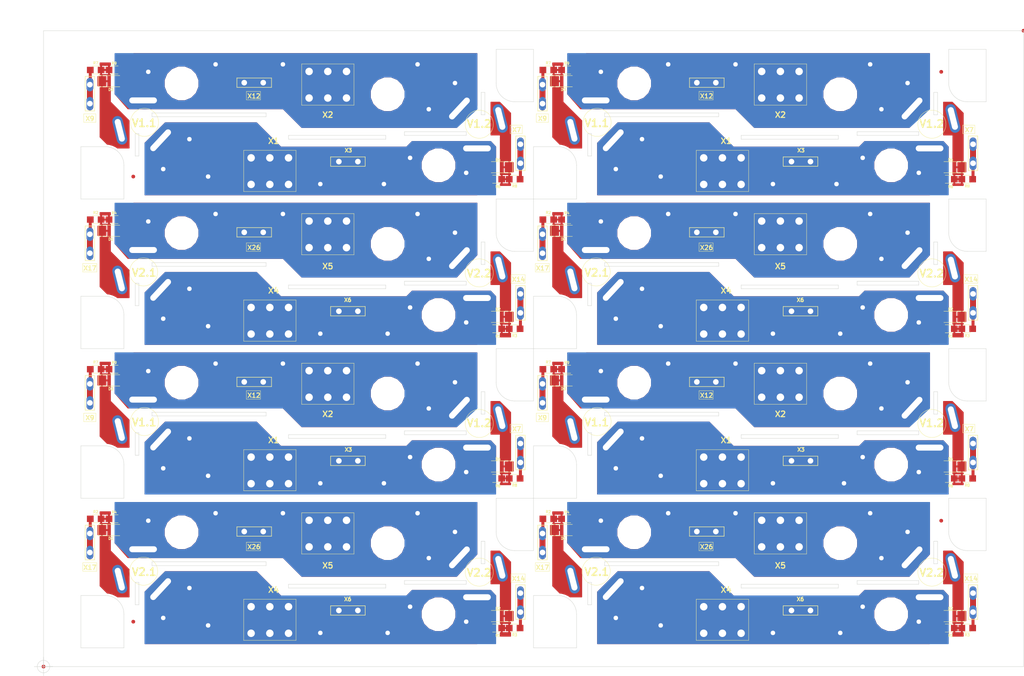
<source format=kicad_pcb>
(kicad_pcb (version 20171130) (host pcbnew "(5.0.0)")
  (title_block (title "Tiristorių plokštė EKA SWEGON") (date 2018-11-05) (rev 3) (company "VENTMATIKA, UAB"))
  (layers (0 F.Cu signal hide) (31 B.Cu signal hide) (34 B.Paste user hide) (35 F.Paste user hide) (36 B.SilkS user hide) (37 F.SilkS user hide) (38 B.Mask user hide) (39 F.Mask user hide) (44 Edge.Cuts user))
  (net 0 "")
  (net 1 "Net-(D1-Pad1)")
  (net 2 /CTRL1A)
  (net 3 /CTRL1B)
  (net 4 /CTRL3A)
  (net 5 "Net-(D4-Pad1)")
  (net 6 "Net-(D2-Pad1)")
  (net 7 "Net-(D3-Pad1)")
  (net 8 /LD1)
  (net 9 /PH1)
  (net 10 /LD3)
  (net 11 /PH3)
  (net 12 /CTRL3B)
  (module Wire_Pads:SolderWirePad_single_1mmDrill (layer F.Cu) (at 178 171)
    (fp_text reference H1 hide)
    (fp_text value Conn_01x01 hide)
    (pad 1 thru_hole circle (at 0 0) (size 2.49936 2.49936) (drill 1.2) (layers *.Cu *.Mask) (net 8 /LD1))
  )
  (module Wire_Pads:SolderWirePad_single_1mmDrill (layer F.Cu) (at 178 91)
    (fp_text reference H1 hide)
    (fp_text value Conn_01x01 hide)
    (pad 1 thru_hole circle (at 0 0) (size 2.49936 2.49936) (drill 1.2) (layers *.Cu *.Mask) (net 8 /LD1))
  )
  (module Wire_Pads:SolderWirePad_single_1mmDrill (layer F.Cu) (at 299 91)
    (fp_text reference H1 hide)
    (fp_text value Conn_01x01 hide)
    (pad 1 thru_hole circle (at 0 0) (size 2.49936 2.49936) (drill 1.2) (layers *.Cu *.Mask) (net 8 /LD1))
  )
  (module Wire_Pads:SolderWirePad_single_1mmDrill (layer F.Cu) (at 301 171)
    (fp_text reference H1 hide)
    (fp_text value Conn_01x01 hide)
    (pad 1 thru_hole circle (at 0 0) (size 2.49936 2.49936) (drill 1.2) (layers *.Cu *.Mask) (net 8 /LD1))
  )
  (module Fiducial:Fiducial_1mm_Mask2mm (layer F.Cu) (at 327 181)
    (fp_text reference REF04 hide)
    (fp_text value 327x181 hide)
    (pad "" smd circle (at 0 0) (size 1 1) (layers F.Cu F.Mask) (clearance 0.5))
  )
  (module Fiducial:Fiducial_1mm_Mask2mm (layer F.Cu) (at 327 61)
    (fp_text reference REF03 hide)
    (fp_text value 327x61 hide)
    (pad "" smd circle (at 0 0) (size 1 1) (layers F.Cu F.Mask) (clearance 0.5))
  )
  (module Fiducial:Fiducial_1mm_Mask2mm (layer F.Cu) (at 111 89)
    (fp_text reference REF02 hide)
    (fp_text value 111x89 hide)
    (pad "" smd circle (at 0 0) (size 1 1) (layers F.Cu F.Mask) (clearance 0.5))
  )
  (module Fiducial:Fiducial_1mm_Mask2mm (layer F.Cu) (at 111 208)
    (fp_text reference REF01 hide)
    (fp_text value 111x208 hide)
    (pad "" smd circle (at 0 0) (size 1 1) (layers F.Cu F.Mask) (clearance 0.5))
  )
  (module Fiducial:Fiducial_1mm_Mask2mm (layer F.Cu) (at 349 50)
    (fp_text reference REF** hide)
    (fp_text value Fiducial_1mm_Mask2mm hide)
    (pad "" smd circle (at 0 0) (size 1 1) (layers F.Cu F.Mask) (clearance 0.5))
  )
  (module Wire_Pads:SolderWirePad_single_1mmDrill (layer F.Cu) (at 133 179)
    (fp_text reference H2 hide)
    (fp_text value Conn_01x01 hide)
    (pad 1 thru_hole circle (at 0 0) (size 2.49936 2.49936) (drill 1.2) (layers *.Cu *.Mask) (net 11 /PH3))
  )
  (module Wire_Pads:SolderWirePad_single_1mmDrill (layer F.Cu) (at 133 139)
    (fp_text reference H2 hide)
    (fp_text value Conn_01x01 hide)
    (pad 1 thru_hole circle (at 0 0) (size 2.49936 2.49936) (drill 1.2) (layers *.Cu *.Mask) (net 9 /PH1))
  )
  (module resistors:R_1206 (layer F.Cu) (at 105.95 180.5 180)
    (fp_text reference R4 (at 0.05 1.75 180) (layer F.SilkS) (effects (font (size 0.7 0.7))))
    (fp_text value 1k hide)
    (pad 2 smd rect (at 1.45 0 180) (size 1.8 1.7) (layers F.Cu F.Paste F.Mask) (net 1 "Net-(D1-Pad1)"))
    (pad 1 smd rect (at -1.45 0 180) (size 1.8 1.7) (layers F.Cu F.Paste F.Mask) (net 11 /PH3))
  )
  (module Wire_Pads:SolderWirePad_single_1mmDrill (layer F.Cu) (at 187 179)
    (fp_text reference H2 hide)
    (fp_text value Conn_01x01 hide)
    (pad 1 thru_hole circle (at 0 0) (size 2.49936 2.49936) (drill 1.2) (layers *.Cu *.Mask) (net 11 /PH3))
  )
  (module Wire_Pads:SolderWirePad_single_1mmDrill (layer F.Cu) (at 197 184)
    (fp_text reference H2 hide)
    (fp_text value Conn_01x01 hide)
    (pad 1 thru_hole circle (at 0 0) (size 2.49936 2.49936) (drill 1.2) (layers *.Cu *.Mask) (net 11 /PH3))
  )
  (module Wire_Pads:SolderWirePad_single_1mmDrill (layer F.Cu) (at 115 141)
    (fp_text reference H2 hide)
    (fp_text value Conn_01x01 hide)
    (pad 1 thru_hole circle (at 0 0) (size 2.49936 2.49936) (drill 1.2) (layers *.Cu *.Mask) (net 9 /PH1))
  )
  (module Mounting_Holes:MountingHole_6mm (layer F.Cu) (at 192.6 206)
    (fp_text reference REF** hide)
    (fp_text value MountingHole_6mm hide)
    (pad "" np_thru_hole circle (at 0 0) (size 8 8) (drill 8) (layers *.Cu *.Mask))
  )
  (module resistors:R_1206 (layer F.Cu) (at 212.95 209.7 180)
    (fp_text reference R3 (at 0 -1.85 180) (layer F.SilkS) (effects (font (size 0.7 0.7))))
    (fp_text value 470R hide)
    (pad 1 smd rect (at -1.45 0 180) (size 1.8 1.7) (layers F.Cu F.Paste F.Mask) (net 12 /CTRL3B))
    (pad 2 smd rect (at 1.45 0 180) (size 1.8 1.7) (layers F.Cu F.Paste F.Mask) (net 6 "Net-(D2-Pad1)"))
  )
  (module Wire_Pads:SolderWirePad_single_1mmDrill (layer F.Cu) (at 115 181)
    (fp_text reference H2 hide)
    (fp_text value Conn_01x01 hide)
    (pad 1 thru_hole circle (at 0 0) (size 2.49936 2.49936) (drill 1.2) (layers *.Cu *.Mask) (net 11 /PH3))
  )
  (module resistors:R_1206 (layer F.Cu) (at 100.95 180.5)
    (fp_text reference R2 (at 0 -1.85) (layer F.SilkS) (effects (font (size 0.7 0.7))))
    (fp_text value 470R hide)
    (pad 2 smd rect (at 1.45 0) (size 1.8 1.7) (layers F.Cu F.Paste F.Mask) (net 1 "Net-(D1-Pad1)"))
    (pad 1 smd rect (at -1.45 0) (size 1.8 1.7) (layers F.Cu F.Paste F.Mask) (net 4 /CTRL3A))
  )
  (module Wire_Pads:SolderWirePad_single_1mmDrill (layer F.Cu) (at 151 179)
    (fp_text reference H2 hide)
    (fp_text value Conn_01x01 hide)
    (pad 1 thru_hole circle (at 0 0) (size 2.49936 2.49936) (drill 1.2) (layers *.Cu *.Mask) (net 11 /PH3))
  )
  (module Wire_Pads:SolderWirePad_single_1mmDrill (layer F.Cu) (at 119 207)
    (fp_text reference H1 hide)
    (fp_text value Conn_01x01 hide)
    (pad 1 thru_hole circle (at 0 0) (size 2.49936 2.49936) (drill 1.2) (layers *.Cu *.Mask) (net 10 /LD3))
  )
  (module disc:D_MELF (layer F.Cu) (at 105 183.5)
    (fp_text reference D1 (at 0 2.25) (layer F.SilkS) (effects (font (size 0.7 0.7))))
    (fp_text value LL4007 hide)
    (pad 2 smd rect (at 2.4 0) (size 2.4 2.7) (layers F.Cu F.Paste F.Mask) (net 11 /PH3))
    (pad 1 smd rect (at -2.4 0) (size 2.4 2.7) (layers F.Cu F.Paste F.Mask) (net 1 "Net-(D1-Pad1)"))
  )
  (module mech:Solder_Terminal_M3 (layer F.Cu) (at 142.5 211)
    (fp_text reference X4 (at 6 -11.5 180) (layer F.SilkS) (effects (font (size 1.5 1.5) (thickness 0.3))))
    (fp_text value LD3 hide)
    (pad 1 thru_hole circle (at 10 0.1) (size 2.8 2.8) (drill 2) (layers *.Cu *.Mask) (net 10 /LD3))
    (pad 1 thru_hole circle (at 5 0.1) (size 2.8 2.8) (drill 2) (layers *.Cu *.Mask) (net 10 /LD3))
    (pad 1 thru_hole circle (at 0 0.1) (size 2.8 2.8) (drill 2) (layers *.Cu *.Mask) (net 10 /LD3))
    (pad 1 thru_hole circle (at 10 -7) (size 2.8 2.8) (drill 2) (layers *.Cu *.Mask) (net 10 /LD3))
    (pad 1 thru_hole circle (at 5 -7) (size 2.8 2.8) (drill 2) (layers *.Cu *.Mask) (net 10 /LD3))
    (pad 1 thru_hole circle (at 0 -7) (size 2.8 2.8) (drill 2) (layers *.Cu *.Mask) (net 10 /LD3))
  )
  (module mech:Solder_Terminal_M3 (layer F.Cu) (at 158 187.9)
    (fp_text reference X5 (at 5 5.1 180) (layer F.SilkS) (effects (font (size 1.5 1.5) (thickness 0.3))))
    (fp_text value PH3 hide)
    (pad 1 thru_hole circle (at 0 -7) (size 2.8 2.8) (drill 2) (layers *.Cu *.Mask) (net 11 /PH3))
    (pad 1 thru_hole circle (at 5 -7) (size 2.8 2.8) (drill 2) (layers *.Cu *.Mask) (net 11 /PH3))
    (pad 1 thru_hole circle (at 10 -7) (size 2.8 2.8) (drill 2) (layers *.Cu *.Mask) (net 11 /PH3))
    (pad 1 thru_hole circle (at 0 0.1) (size 2.8 2.8) (drill 2) (layers *.Cu *.Mask) (net 11 /PH3))
    (pad 1 thru_hole circle (at 5 0.1) (size 2.8 2.8) (drill 2) (layers *.Cu *.Mask) (net 11 /PH3))
    (pad 1 thru_hole circle (at 10 0.1) (size 2.8 2.8) (drill 2) (layers *.Cu *.Mask) (net 11 /PH3))
  )
  (module mech:Faston_6.3x0.8x14 (layer F.Cu) (at 99.4 186.96 90)
    (fp_text reference X17 (at -6.54 0 180) (layer F.SilkS) (effects (font (size 1.2 1.2) (thickness 0.25))))
    (fp_text value Faston_6.3x08x14 hide)
    (pad 1 thru_hole oval (at 2.54 0 90) (size 3.6 1.8) (drill 1.5) (layers *.Cu *.Mask) (net 4 /CTRL3A))
    (pad 1 thru_hole oval (at -2.54 0 90) (size 3.6 1.8) (drill 1.5) (layers *.Cu *.Mask) (net 4 /CTRL3A))
  )
  (module resistors:R_1206 (layer F.Cu) (at 208.05 209.7)
    (fp_text reference R1 (at 0.45 2) (layer F.SilkS) (effects (font (size 0.7 0.7))))
    (fp_text value 1k hide)
    (pad 1 smd rect (at -1.45 0) (size 1.8 1.7) (layers F.Cu F.Paste F.Mask) (net 10 /LD3) (thermal_gap 0.3))
    (pad 2 smd rect (at 1.45 0) (size 1.8 1.7) (layers F.Cu F.Paste F.Mask) (net 6 "Net-(D2-Pad1)"))
  )
  (module Wire_Pads:SolderWirePad_single_1mmDrill (layer F.Cu) (at 254 139)
    (fp_text reference H2 hide)
    (fp_text value Conn_01x01 hide)
    (pad 1 thru_hole circle (at 0 0) (size 2.49936 2.49936) (drill 1.2) (layers *.Cu *.Mask) (net 9 /PH1))
  )
  (module Wire_Pads:SolderWirePad_single_1mmDrill (layer F.Cu) (at 308 179)
    (fp_text reference H2 hide)
    (fp_text value Conn_01x01 hide)
    (pad 1 thru_hole circle (at 0 0) (size 2.49936 2.49936) (drill 1.2) (layers *.Cu *.Mask) (net 11 /PH3))
  )
  (module resistors:R_1206 (layer F.Cu) (at 226.95 180.5 180)
    (fp_text reference R4 (at 0.05 1.75 180) (layer F.SilkS) (effects (font (size 0.7 0.7))))
    (fp_text value 1k hide)
    (pad 1 smd rect (at -1.45 0 180) (size 1.8 1.7) (layers F.Cu F.Paste F.Mask) (net 11 /PH3))
    (pad 2 smd rect (at 1.45 0 180) (size 1.8 1.7) (layers F.Cu F.Paste F.Mask) (net 1 "Net-(D1-Pad1)"))
  )
  (module Wire_Pads:SolderWirePad_single_1mmDrill (layer F.Cu) (at 318 184)
    (fp_text reference H2 hide)
    (fp_text value Conn_01x01 hide)
    (pad 1 thru_hole circle (at 0 0) (size 2.49936 2.49936) (drill 1.2) (layers *.Cu *.Mask) (net 11 /PH3))
  )
  (module Mounting_Holes:MountingHole_6mm (layer F.Cu) (at 300 147)
    (fp_text reference REF** hide)
    (fp_text value MountingHole_6mm hide)
    (pad "" np_thru_hole circle (at 0 0) (size 8 8) (drill 8) (layers *.Cu *.Mask))
  )
  (module Wire_Pads:SolderWirePad_single_1mmDrill (layer F.Cu) (at 240 207)
    (fp_text reference H1 hide)
    (fp_text value Conn_01x01 hide)
    (pad 1 thru_hole circle (at 0 0) (size 2.49936 2.49936) (drill 1.2) (layers *.Cu *.Mask) (net 10 /LD3))
  )
  (module Wire_Pads:SolderWirePad_single_1mmDrill (layer F.Cu) (at 236 141)
    (fp_text reference H2 hide)
    (fp_text value Conn_01x01 hide)
    (pad 1 thru_hole circle (at 0 0) (size 2.49936 2.49936) (drill 1.2) (layers *.Cu *.Mask) (net 9 /PH1))
  )
  (module Mounting_Holes:MountingHole_6mm (layer F.Cu) (at 313.6 206)
    (fp_text reference REF** hide)
    (fp_text value MountingHole_6mm hide)
    (pad "" np_thru_hole circle (at 0 0) (size 8 8) (drill 8) (layers *.Cu *.Mask))
  )
  (module disc:D_MELF (layer F.Cu) (at 226 183.5)
    (fp_text reference D1 (at 0 2.25) (layer F.SilkS) (effects (font (size 0.7 0.7))))
    (fp_text value LL4007 hide)
    (pad 1 smd rect (at -2.4 0) (size 2.4 2.7) (layers F.Cu F.Paste F.Mask) (net 1 "Net-(D1-Pad1)"))
    (pad 2 smd rect (at 2.4 0) (size 2.4 2.7) (layers F.Cu F.Paste F.Mask) (net 11 /PH3))
  )
  (module resistors:R_1206 (layer F.Cu) (at 329.05 209.7)
    (fp_text reference R1 (at 0.45 2) (layer F.SilkS) (effects (font (size 0.7 0.7))))
    (fp_text value 1k hide)
    (pad 2 smd rect (at 1.45 0) (size 1.8 1.7) (layers F.Cu F.Paste F.Mask) (net 6 "Net-(D2-Pad1)"))
    (pad 1 smd rect (at -1.45 0) (size 1.8 1.7) (layers F.Cu F.Paste F.Mask) (net 10 /LD3) (thermal_gap 0.3))
  )
  (module resistors:R_1206 (layer F.Cu) (at 333.95 209.7 180)
    (fp_text reference R3 (at 0 -1.85 180) (layer F.SilkS) (effects (font (size 0.7 0.7))))
    (fp_text value 470R hide)
    (pad 2 smd rect (at 1.45 0 180) (size 1.8 1.7) (layers F.Cu F.Paste F.Mask) (net 6 "Net-(D2-Pad1)"))
    (pad 1 smd rect (at -1.45 0 180) (size 1.8 1.7) (layers F.Cu F.Paste F.Mask) (net 12 /CTRL3B))
  )
  (module Wire_Pads:SolderWirePad_single_1mmDrill (layer F.Cu) (at 272 179)
    (fp_text reference H2 hide)
    (fp_text value Conn_01x01 hide)
    (pad 1 thru_hole circle (at 0 0) (size 2.49936 2.49936) (drill 1.2) (layers *.Cu *.Mask) (net 11 /PH3))
  )
  (module mech:Faston_6.3x0.8x14 (layer F.Cu) (at 220.4 186.96 90)
    (fp_text reference X17 (at -6.54 0 180) (layer F.SilkS) (effects (font (size 1.2 1.2) (thickness 0.25))))
    (fp_text value Faston_6.3x08x14 hide)
    (pad 1 thru_hole oval (at -2.54 0 90) (size 3.6 1.8) (drill 1.5) (layers *.Cu *.Mask) (net 4 /CTRL3A))
    (pad 1 thru_hole oval (at 2.54 0 90) (size 3.6 1.8) (drill 1.5) (layers *.Cu *.Mask) (net 4 /CTRL3A))
  )
  (module mech:Solder_Terminal_M3 (layer F.Cu) (at 279 187.9)
    (fp_text reference X5 (at 5 5.1 180) (layer F.SilkS) (effects (font (size 1.5 1.5) (thickness 0.3))))
    (fp_text value PH3 hide)
    (pad 1 thru_hole circle (at 10 0.1) (size 2.8 2.8) (drill 2) (layers *.Cu *.Mask) (net 11 /PH3))
    (pad 1 thru_hole circle (at 5 0.1) (size 2.8 2.8) (drill 2) (layers *.Cu *.Mask) (net 11 /PH3))
    (pad 1 thru_hole circle (at 0 0.1) (size 2.8 2.8) (drill 2) (layers *.Cu *.Mask) (net 11 /PH3))
    (pad 1 thru_hole circle (at 10 -7) (size 2.8 2.8) (drill 2) (layers *.Cu *.Mask) (net 11 /PH3))
    (pad 1 thru_hole circle (at 5 -7) (size 2.8 2.8) (drill 2) (layers *.Cu *.Mask) (net 11 /PH3))
    (pad 1 thru_hole circle (at 0 -7) (size 2.8 2.8) (drill 2) (layers *.Cu *.Mask) (net 11 /PH3))
  )
  (module resistors:R_1206 (layer F.Cu) (at 221.95 180.5)
    (fp_text reference R2 (at 0 -1.85) (layer F.SilkS) (effects (font (size 0.7 0.7))))
    (fp_text value 470R hide)
    (pad 1 smd rect (at -1.45 0) (size 1.8 1.7) (layers F.Cu F.Paste F.Mask) (net 4 /CTRL3A))
    (pad 2 smd rect (at 1.45 0) (size 1.8 1.7) (layers F.Cu F.Paste F.Mask) (net 1 "Net-(D1-Pad1)"))
  )
  (module mech:Solder_Terminal_M3 (layer F.Cu) (at 263.5 211)
    (fp_text reference X4 (at 6 -11.5 180) (layer F.SilkS) (effects (font (size 1.5 1.5) (thickness 0.3))))
    (fp_text value LD3 hide)
    (pad 1 thru_hole circle (at 0 -7) (size 2.8 2.8) (drill 2) (layers *.Cu *.Mask) (net 10 /LD3))
    (pad 1 thru_hole circle (at 5 -7) (size 2.8 2.8) (drill 2) (layers *.Cu *.Mask) (net 10 /LD3))
    (pad 1 thru_hole circle (at 10 -7) (size 2.8 2.8) (drill 2) (layers *.Cu *.Mask) (net 10 /LD3))
    (pad 1 thru_hole circle (at 0 0.1) (size 2.8 2.8) (drill 2) (layers *.Cu *.Mask) (net 10 /LD3))
    (pad 1 thru_hole circle (at 5 0.1) (size 2.8 2.8) (drill 2) (layers *.Cu *.Mask) (net 10 /LD3))
    (pad 1 thru_hole circle (at 10 0.1) (size 2.8 2.8) (drill 2) (layers *.Cu *.Mask) (net 10 /LD3))
  )
  (module Wire_Pads:SolderWirePad_single_1mmDrill (layer F.Cu) (at 254 179)
    (fp_text reference H2 hide)
    (fp_text value Conn_01x01 hide)
    (pad 1 thru_hole circle (at 0 0) (size 2.49936 2.49936) (drill 1.2) (layers *.Cu *.Mask) (net 11 /PH3))
  )
  (module Wire_Pads:SolderWirePad_single_1mmDrill (layer F.Cu) (at 236 181)
    (fp_text reference H2 hide)
    (fp_text value Conn_01x01 hide)
    (pad 1 thru_hole circle (at 0 0) (size 2.49936 2.49936) (drill 1.2) (layers *.Cu *.Mask) (net 11 /PH3))
  )
  (module disc:RD91 (layer F.Cu) (at 234.7 195 47)
    (fp_text reference V2.1 (at 0.355806 -0.058329 180) (layer F.SilkS) (effects (font (size 2 2) (thickness 0.4))))
    (fp_text value BTW67 hide)
    (pad 3 thru_hole oval (at 4.6 -4.4) (size 8.8 2.8) (drill oval 7.4 1.6) (layers *.Cu *.Mask) (net 11 /PH3))
    (pad 1 thru_hole oval (at 0 6.3 47) (size 8.8 2.8) (drill oval 7.4 1.6) (layers *.Cu *.Mask) (net 10 /LD3))
    (pad 2 thru_hole oval (at -5.500001 -3.5 14) (size 2.8 7.8) (drill oval 1.6 6.2) (layers *.Cu *.Mask) (net 1 "Net-(D1-Pad1)"))
  )
  (module disc:D_MELF (layer F.Cu) (at 330.1 206.5 180)
    (fp_text reference D2 (at 0.6 2 180) (layer F.SilkS) (effects (font (size 0.7 0.7))))
    (fp_text value LL4007 hide)
    (pad 2 smd rect (at 2.4 0 180) (size 2.4 2.7) (layers F.Cu F.Paste F.Mask) (net 10 /LD3) (thermal_gap 0.3))
    (pad 1 smd rect (at -2.4 0 180) (size 2.4 2.7) (layers F.Cu F.Paste F.Mask) (net 6 "Net-(D2-Pad1)"))
  )
  (module Mounting_Holes:MountingHole_6mm (layer F.Cu) (at 300 187)
    (fp_text reference REF** hide)
    (fp_text value MountingHole_6mm hide)
    (pad "" np_thru_hole circle (at 0 0) (size 8 8) (drill 8) (layers *.Cu *.Mask))
  )
  (module Wire_Pads:SolderWirePad_single_1mmDrill (layer F.Cu) (at 321 208)
    (fp_text reference H1 hide)
    (fp_text value Conn_01x01 hide)
    (pad 1 thru_hole circle (at 0 0) (size 2.49936 2.49936) (drill 1.2) (layers *.Cu *.Mask) (net 10 /LD3))
  )
  (module Wire_Pads:SolderWirePad_single_1mmDrill (layer F.Cu) (at 311 191)
    (fp_text reference H2 hide)
    (fp_text value Conn_01x01 hide)
    (pad 1 thru_hole circle (at 0 0) (size 2.49936 2.49936) (drill 1.2) (layers *.Cu *.Mask) (net 11 /PH3))
  )
  (module Wire_Pads:SolderWirePad_single_1mmDrill (layer F.Cu) (at 282 211)
    (fp_text reference H1 hide)
    (fp_text value Conn_01x01 hide)
    (pad 1 thru_hole circle (at 0 0) (size 2.49936 2.49936) (drill 1.2) (layers *.Cu *.Mask) (net 10 /LD3))
  )
  (module mech:Solder_Terminal_M3 (layer F.Cu) (at 279 147.9)
    (fp_text reference X2 (at 5 4.6 180) (layer F.SilkS) (effects (font (size 1.5 1.5) (thickness 0.3))))
    (fp_text value PH1 hide)
    (pad 1 thru_hole circle (at 0 -7) (size 2.8 2.8) (drill 2) (layers *.Cu *.Mask) (net 9 /PH1))
    (pad 1 thru_hole circle (at 5 -7) (size 2.8 2.8) (drill 2) (layers *.Cu *.Mask) (net 9 /PH1))
    (pad 1 thru_hole circle (at 10 -7) (size 2.8 2.8) (drill 2) (layers *.Cu *.Mask) (net 9 /PH1))
    (pad 1 thru_hole circle (at 0 0.1) (size 2.8 2.8) (drill 2) (layers *.Cu *.Mask) (net 9 /PH1))
    (pad 1 thru_hole circle (at 5 0.1) (size 2.8 2.8) (drill 2) (layers *.Cu *.Mask) (net 9 /PH1))
    (pad 1 thru_hole circle (at 10 0.1) (size 2.8 2.8) (drill 2) (layers *.Cu *.Mask) (net 9 /PH1))
  )
  (module disc:RD91 (layer F.Cu) (at 323.8 195.1 227)
    (fp_text reference V2.2 (at -0.578385 -0.339811) (layer F.SilkS) (effects (font (size 2 2) (thickness 0.4))))
    (fp_text value BTW67 hide)
    (pad 3 thru_hole oval (at 4.6 -4.4 180) (size 8.8 2.8) (drill oval 7.4 1.6) (layers *.Cu *.Mask) (net 10 /LD3))
    (pad 1 thru_hole oval (at 0 6.3 227) (size 8.8 2.8) (drill oval 7.4 1.6) (layers *.Cu *.Mask) (net 11 /PH3))
    (pad 2 thru_hole oval (at -5.500001 -3.5 194) (size 2.8 7.8) (drill oval 1.6 6.2) (layers *.Cu *.Mask) (net 6 "Net-(D2-Pad1)"))
  )
  (module Wire_Pads:SolderWirePad_single_1mmDrill (layer F.Cu) (at 321 168)
    (fp_text reference H1 hide)
    (fp_text value Conn_01x01 hide)
    (pad 1 thru_hole circle (at 0 0) (size 2.49936 2.49936) (drill 1.2) (layers *.Cu *.Mask) (net 8 /LD1))
  )
  (module Wire_Pads:SolderWirePad_single_1mmDrill (layer F.Cu) (at 311 151)
    (fp_text reference H2 hide)
    (fp_text value Conn_01x01 hide)
    (pad 1 thru_hole circle (at 0 0) (size 2.49936 2.49936) (drill 1.2) (layers *.Cu *.Mask) (net 9 /PH1))
  )
  (module mech:Faston_6.3x0.8x14 (layer F.Cu) (at 289.5 205 180)
    (fp_text reference X6 (at 0.16 3 180) (layer F.SilkS) (effects (font (thickness 0.25))))
    (fp_text value Faston_6.3x08x14 hide)
    (pad 1 thru_hole oval (at -2.54 0 180) (size 3.6 1.8) (drill 1.5) (layers *.Cu *.Mask) (net 10 /LD3))
    (pad 1 thru_hole oval (at 2.54 0 180) (size 3.6 1.8) (drill 1.5) (layers *.Cu *.Mask) (net 10 /LD3))
  )
  (module Mounting_Holes:MountingHole_6mm (layer F.Cu) (at 244.9 184.1)
    (fp_text reference REF** hide)
    (fp_text value MountingHole_6mm hide)
    (pad "" np_thru_hole circle (at 0 0) (size 8 8) (drill 8) (layers *.Cu *.Mask))
  )
  (module Wire_Pads:SolderWirePad_single_1mmDrill (layer F.Cu) (at 252 169)
    (fp_text reference H1 hide)
    (fp_text value Conn_01x01 hide)
    (pad 1 thru_hole circle (at 0 0) (size 2.49936 2.49936) (drill 1.2) (layers *.Cu *.Mask) (net 8 /LD1))
  )
  (module Wire_Pads:SolderWirePad_single_1mmDrill (layer F.Cu) (at 308 139)
    (fp_text reference H2 hide)
    (fp_text value Conn_01x01 hide)
    (pad 1 thru_hole circle (at 0 0) (size 2.49936 2.49936) (drill 1.2) (layers *.Cu *.Mask) (net 9 /PH1))
  )
  (module Wire_Pads:SolderWirePad_single_1mmDrill (layer F.Cu) (at 240 167)
    (fp_text reference H1 hide)
    (fp_text value Conn_01x01 hide)
    (pad 1 thru_hole circle (at 0 0) (size 2.49936 2.49936) (drill 1.2) (layers *.Cu *.Mask) (net 8 /LD1))
  )
  (module Wire_Pads:SolderWirePad_single_1mmDrill (layer F.Cu) (at 282 171)
    (fp_text reference H1 hide)
    (fp_text value Conn_01x01 hide)
    (pad 1 thru_hole circle (at 0 0) (size 2.49936 2.49936) (drill 1.2) (layers *.Cu *.Mask) (net 8 /LD1))
  )
  (module Wire_Pads:SolderWirePad_single_1mmDrill (layer F.Cu) (at 318 144)
    (fp_text reference H2 hide)
    (fp_text value Conn_01x01 hide)
    (pad 1 thru_hole circle (at 0 0) (size 2.49936 2.49936) (drill 1.2) (layers *.Cu *.Mask) (net 9 /PH1))
  )
  (module Wire_Pads:SolderWirePad_single_1mmDrill (layer F.Cu) (at 306 204)
    (fp_text reference H1 hide)
    (fp_text value Conn_01x01 hide)
    (pad 1 thru_hole circle (at 0 0) (size 2.49936 2.49936) (drill 1.2) (layers *.Cu *.Mask) (net 10 /LD3))
  )
  (module Wire_Pads:SolderWirePad_single_1mmDrill (layer F.Cu) (at 306 164)
    (fp_text reference H1 hide)
    (fp_text value Conn_01x01 hide)
    (pad 1 thru_hole circle (at 0 0) (size 2.49936 2.49936) (drill 1.2) (layers *.Cu *.Mask) (net 8 /LD1))
  )
  (module disc:D_MELF (layer F.Cu) (at 226 143.5)
    (fp_text reference D3 (at 0 2.25) (layer F.SilkS) (effects (font (size 0.7 0.7))))
    (fp_text value LL4007 hide)
    (pad 2 smd rect (at 2.4 0) (size 2.4 2.7) (layers F.Cu F.Paste F.Mask) (net 9 /PH1))
    (pad 1 smd rect (at -2.4 0) (size 2.4 2.7) (layers F.Cu F.Paste F.Mask) (net 7 "Net-(D3-Pad1)"))
  )
  (module resistors:R_1206 (layer F.Cu) (at 221.95 140.5)
    (fp_text reference R7 (at 0 -1.85) (layer F.SilkS) (effects (font (size 0.7 0.7))))
    (fp_text value 470R hide)
    (pad 2 smd rect (at 1.45 0) (size 1.8 1.7) (layers F.Cu F.Paste F.Mask) (net 7 "Net-(D3-Pad1)"))
    (pad 1 smd rect (at -1.45 0) (size 1.8 1.7) (layers F.Cu F.Paste F.Mask) (net 2 /CTRL1A))
  )
  (module mech:Faston_6.3x0.8x14 (layer F.Cu) (at 335.5 162.9 90)
    (fp_text reference X7 (at 6.4 -1 180) (layer F.SilkS) (effects (font (size 1.2 1.2) (thickness 0.25))))
    (fp_text value Faston_6.3x08x14 hide)
    (pad 1 thru_hole oval (at -2.54 0 90) (size 3.6 1.8) (drill 1.5) (layers *.Cu *.Mask) (net 3 /CTRL1B))
    (pad 1 thru_hole oval (at 2.54 0 90) (size 3.6 1.8) (drill 1.5) (layers *.Cu *.Mask) (net 3 /CTRL1B))
  )
  (module Wire_Pads:SolderWirePad_single_1mmDrill (layer F.Cu) (at 272 139)
    (fp_text reference H2 hide)
    (fp_text value Conn_01x01 hide)
    (pad 1 thru_hole circle (at 0 0) (size 2.49936 2.49936) (drill 1.2) (layers *.Cu *.Mask) (net 9 /PH1))
  )
  (module mech:Faston_6.3x0.8x14 (layer F.Cu) (at 289.5 165 180)
    (fp_text reference X3 (at 0 3 180) (layer F.SilkS) (effects (font (thickness 0.25))))
    (fp_text value Faston_6.3x08x14 hide)
    (pad 1 thru_hole oval (at 2.54 0 180) (size 3.6 1.8) (drill 1.5) (layers *.Cu *.Mask) (net 8 /LD1))
    (pad 1 thru_hole oval (at -2.54 0 180) (size 3.6 1.8) (drill 1.5) (layers *.Cu *.Mask) (net 8 /LD1))
  )
  (module resistors:R_1206 (layer F.Cu) (at 329.05 169.7)
    (fp_text reference R6 (at 0.45 2) (layer F.SilkS) (effects (font (size 0.7 0.7))))
    (fp_text value 1k hide)
    (pad 1 smd rect (at -1.45 0) (size 1.8 1.7) (layers F.Cu F.Paste F.Mask) (net 8 /LD1) (thermal_gap 0.3))
    (pad 2 smd rect (at 1.45 0) (size 1.8 1.7) (layers F.Cu F.Paste F.Mask) (net 5 "Net-(D4-Pad1)"))
  )
  (module disc:RD91 (layer F.Cu) (at 234.7 155 47)
    (fp_text reference V1.1 (at 0.355806 -0.058329 180) (layer F.SilkS) (effects (font (size 2 2) (thickness 0.4))))
    (fp_text value BTW67 hide)
    (pad 2 thru_hole oval (at -5.500001 -3.5 14) (size 2.8 7.8) (drill oval 1.6 6.2) (layers *.Cu *.Mask) (net 7 "Net-(D3-Pad1)"))
    (pad 1 thru_hole oval (at 0 6.3 47) (size 8.8 2.8) (drill oval 7.4 1.6) (layers *.Cu *.Mask) (net 8 /LD1))
    (pad 3 thru_hole oval (at 4.6 -4.4) (size 8.8 2.8) (drill oval 7.4 1.6) (layers *.Cu *.Mask) (net 9 /PH1))
  )
  (module resistors:R_1206 (layer F.Cu) (at 333.95 169.7 180)
    (fp_text reference R8 (at 0 -1.85 180) (layer F.SilkS) (effects (font (size 0.7 0.7))))
    (fp_text value 470R hide)
    (pad 1 smd rect (at -1.45 0 180) (size 1.8 1.7) (layers F.Cu F.Paste F.Mask) (net 3 /CTRL1B))
    (pad 2 smd rect (at 1.45 0 180) (size 1.8 1.7) (layers F.Cu F.Paste F.Mask) (net 5 "Net-(D4-Pad1)"))
  )
  (module mech:Faston_6.3x0.8x14 (layer F.Cu) (at 220.4 146.96 90)
    (fp_text reference X9 (at -6.54 0 180) (layer F.SilkS) (effects (font (size 1.2 1.2) (thickness 0.25))))
    (fp_text value Faston_6.3x08x14 hide)
    (pad 1 thru_hole oval (at 2.54 0 90) (size 3.6 1.8) (drill 1.5) (layers *.Cu *.Mask) (net 2 /CTRL1A))
    (pad 1 thru_hole oval (at -2.54 0 90) (size 3.6 1.8) (drill 1.5) (layers *.Cu *.Mask) (net 2 /CTRL1A))
  )
  (module mech:Solder_Terminal_M3 (layer F.Cu) (at 263.5 171)
    (fp_text reference X1 (at 6 -11.5 180) (layer F.SilkS) (effects (font (size 1.5 1.5) (thickness 0.3))))
    (fp_text value LD1 hide)
    (pad 1 thru_hole circle (at 10 0.1) (size 2.8 2.8) (drill 2) (layers *.Cu *.Mask) (net 8 /LD1))
    (pad 1 thru_hole circle (at 5 0.1) (size 2.8 2.8) (drill 2) (layers *.Cu *.Mask) (net 8 /LD1))
    (pad 1 thru_hole circle (at 0 0.1) (size 2.8 2.8) (drill 2) (layers *.Cu *.Mask) (net 8 /LD1))
    (pad 1 thru_hole circle (at 10 -7) (size 2.8 2.8) (drill 2) (layers *.Cu *.Mask) (net 8 /LD1))
    (pad 1 thru_hole circle (at 5 -7) (size 2.8 2.8) (drill 2) (layers *.Cu *.Mask) (net 8 /LD1))
    (pad 1 thru_hole circle (at 0 -7) (size 2.8 2.8) (drill 2) (layers *.Cu *.Mask) (net 8 /LD1))
  )
  (module mech:Faston_6.3x0.8x14 (layer F.Cu) (at 264.2 143.9)
    (fp_text reference X12 (at 0.04 3.6) (layer F.SilkS) (effects (font (size 1.2 1.2) (thickness 0.25))))
    (fp_text value Faston_6.3x08x14 hide)
    (pad 1 thru_hole oval (at 2.54 0) (size 3.6 1.8) (drill 1.5) (layers *.Cu *.Mask) (net 9 /PH1))
    (pad 1 thru_hole oval (at -2.54 0) (size 3.6 1.8) (drill 1.5) (layers *.Cu *.Mask) (net 9 /PH1))
  )
  (module Mounting_Holes:MountingHole_6mm (layer F.Cu) (at 313.6 166)
    (fp_text reference REF** hide)
    (fp_text value MountingHole_6mm hide)
    (pad "" np_thru_hole circle (at 0 0) (size 8 8) (drill 8) (layers *.Cu *.Mask))
  )
  (module disc:D_MELF (layer F.Cu) (at 330.1 166.5 180)
    (fp_text reference D4 (at 0.6 2 180) (layer F.SilkS) (effects (font (size 0.7 0.7))))
    (fp_text value LL4007 hide)
    (pad 1 smd rect (at -2.4 0 180) (size 2.4 2.7) (layers F.Cu F.Paste F.Mask) (net 5 "Net-(D4-Pad1)"))
    (pad 2 smd rect (at 2.4 0 180) (size 2.4 2.7) (layers F.Cu F.Paste F.Mask) (net 8 /LD1) (thermal_gap 0.3))
  )
  (module Mounting_Holes:MountingHole_6mm (layer F.Cu) (at 244.9 144.1)
    (fp_text reference REF** hide)
    (fp_text value MountingHole_6mm hide)
    (pad "" np_thru_hole circle (at 0 0) (size 8 8) (drill 8) (layers *.Cu *.Mask))
  )
  (module Wire_Pads:SolderWirePad_single_1mmDrill (layer F.Cu) (at 247 159)
    (fp_text reference H1 hide)
    (fp_text value Conn_01x01 hide)
    (pad 1 thru_hole circle (at 0 0) (size 2.49936 2.49936) (drill 1.2) (layers *.Cu *.Mask) (net 8 /LD1))
  )
  (module resistors:R_1206 (layer F.Cu) (at 226.95 140.5 180)
    (fp_text reference R9 (at 0.05 1.75 180) (layer F.SilkS) (effects (font (size 0.7 0.7))))
    (fp_text value 1k hide)
    (pad 2 smd rect (at 1.45 0 180) (size 1.8 1.7) (layers F.Cu F.Paste F.Mask) (net 7 "Net-(D3-Pad1)"))
    (pad 1 smd rect (at -1.45 0 180) (size 1.8 1.7) (layers F.Cu F.Paste F.Mask) (net 9 /PH1))
  )
  (module disc:RD91 (layer F.Cu) (at 323.8 155.1 227)
    (fp_text reference V1.2 (at -0.578385 -0.339811) (layer F.SilkS) (effects (font (size 2 2) (thickness 0.4))))
    (fp_text value BTW67 hide)
    (pad 2 thru_hole oval (at -5.500001 -3.5 194) (size 2.8 7.8) (drill oval 1.6 6.2) (layers *.Cu *.Mask) (net 5 "Net-(D4-Pad1)"))
    (pad 1 thru_hole oval (at 0 6.3 227) (size 8.8 2.8) (drill oval 7.4 1.6) (layers *.Cu *.Mask) (net 9 /PH1))
    (pad 3 thru_hole oval (at 4.6 -4.4 180) (size 8.8 2.8) (drill oval 7.4 1.6) (layers *.Cu *.Mask) (net 8 /LD1))
  )
  (module mech:Faston_6.3x0.8x14 (layer F.Cu) (at 264.2 183.9)
    (fp_text reference X26 (at 0.04 4.1) (layer F.SilkS) (effects (font (size 1.2 1.2) (thickness 0.25))))
    (fp_text value Faston_6.3x08x14 hide)
    (pad 1 thru_hole oval (at -2.54 0) (size 3.6 1.8) (drill 1.5) (layers *.Cu *.Mask) (net 11 /PH3))
    (pad 1 thru_hole oval (at 2.54 0) (size 3.6 1.8) (drill 1.5) (layers *.Cu *.Mask) (net 11 /PH3))
  )
  (module Wire_Pads:SolderWirePad_single_1mmDrill (layer F.Cu) (at 252 209)
    (fp_text reference H1 hide)
    (fp_text value Conn_01x01 hide)
    (pad 1 thru_hole circle (at 0 0) (size 2.49936 2.49936) (drill 1.2) (layers *.Cu *.Mask) (net 10 /LD3))
  )
  (module Wire_Pads:SolderWirePad_single_1mmDrill (layer F.Cu) (at 247 199)
    (fp_text reference H1 hide)
    (fp_text value Conn_01x01 hide)
    (pad 1 thru_hole circle (at 0 0) (size 2.49936 2.49936) (drill 1.2) (layers *.Cu *.Mask) (net 10 /LD3))
  )
  (module Mounting_Holes:MountingHole_6mm (layer F.Cu) (at 179 147)
    (fp_text reference REF** hide)
    (fp_text value MountingHole_6mm hide)
    (pad "" np_thru_hole circle (at 0 0) (size 8 8) (drill 8) (layers *.Cu *.Mask))
  )
  (module resistors:R_1206 (layer F.Cu) (at 105.95 140.5 180)
    (fp_text reference R9 (at 0.05 1.75 180) (layer F.SilkS) (effects (font (size 0.7 0.7))))
    (fp_text value 1k hide)
    (pad 1 smd rect (at -1.45 0 180) (size 1.8 1.7) (layers F.Cu F.Paste F.Mask) (net 9 /PH1))
    (pad 2 smd rect (at 1.45 0 180) (size 1.8 1.7) (layers F.Cu F.Paste F.Mask) (net 7 "Net-(D3-Pad1)"))
  )
  (module resistors:R_1206 (layer F.Cu) (at 100.95 140.5)
    (fp_text reference R7 (at 0 -1.85) (layer F.SilkS) (effects (font (size 0.7 0.7))))
    (fp_text value 470R hide)
    (pad 1 smd rect (at -1.45 0) (size 1.8 1.7) (layers F.Cu F.Paste F.Mask) (net 2 /CTRL1A))
    (pad 2 smd rect (at 1.45 0) (size 1.8 1.7) (layers F.Cu F.Paste F.Mask) (net 7 "Net-(D3-Pad1)"))
  )
  (module resistors:R_1206 (layer F.Cu) (at 208.05 169.7)
    (fp_text reference R6 (at 0.45 2) (layer F.SilkS) (effects (font (size 0.7 0.7))))
    (fp_text value 1k hide)
    (pad 2 smd rect (at 1.45 0) (size 1.8 1.7) (layers F.Cu F.Paste F.Mask) (net 5 "Net-(D4-Pad1)"))
    (pad 1 smd rect (at -1.45 0) (size 1.8 1.7) (layers F.Cu F.Paste F.Mask) (net 8 /LD1) (thermal_gap 0.3))
  )
  (module Mounting_Holes:MountingHole_6mm (layer F.Cu) (at 192.6 166)
    (fp_text reference REF** hide)
    (fp_text value MountingHole_6mm hide)
    (pad "" np_thru_hole circle (at 0 0) (size 8 8) (drill 8) (layers *.Cu *.Mask))
  )
  (module resistors:R_1206 (layer F.Cu) (at 212.95 169.7 180)
    (fp_text reference R8 (at 0 -1.85 180) (layer F.SilkS) (effects (font (size 0.7 0.7))))
    (fp_text value 470R hide)
    (pad 2 smd rect (at 1.45 0 180) (size 1.8 1.7) (layers F.Cu F.Paste F.Mask) (net 5 "Net-(D4-Pad1)"))
    (pad 1 smd rect (at -1.45 0 180) (size 1.8 1.7) (layers F.Cu F.Paste F.Mask) (net 3 /CTRL1B))
  )
  (module mech:Faston_6.3x0.8x14 (layer F.Cu) (at 143.2 143.9)
    (fp_text reference X12 (at 0.04 3.6) (layer F.SilkS) (effects (font (size 1.2 1.2) (thickness 0.25))))
    (fp_text value Faston_6.3x08x14 hide)
    (pad 1 thru_hole oval (at -2.54 0) (size 3.6 1.8) (drill 1.5) (layers *.Cu *.Mask) (net 9 /PH1))
    (pad 1 thru_hole oval (at 2.54 0) (size 3.6 1.8) (drill 1.5) (layers *.Cu *.Mask) (net 9 /PH1))
  )
  (module disc:RD91 (layer F.Cu) (at 113.7 155 47)
    (fp_text reference V1.1 (at 0.355806 -0.058329 180) (layer F.SilkS) (effects (font (size 2 2) (thickness 0.4))))
    (fp_text value BTW67 hide)
    (pad 3 thru_hole oval (at 4.6 -4.4) (size 8.8 2.8) (drill oval 7.4 1.6) (layers *.Cu *.Mask) (net 9 /PH1))
    (pad 1 thru_hole oval (at 0 6.3 47) (size 8.8 2.8) (drill oval 7.4 1.6) (layers *.Cu *.Mask) (net 8 /LD1))
    (pad 2 thru_hole oval (at -5.500001 -3.5 14) (size 2.8 7.8) (drill oval 1.6 6.2) (layers *.Cu *.Mask) (net 7 "Net-(D3-Pad1)"))
  )
  (module mech:Solder_Terminal_M3 (layer F.Cu) (at 142.5 171)
    (fp_text reference X1 (at 6 -11.5 180) (layer F.SilkS) (effects (font (size 1.5 1.5) (thickness 0.3))))
    (fp_text value LD1 hide)
    (pad 1 thru_hole circle (at 0 -7) (size 2.8 2.8) (drill 2) (layers *.Cu *.Mask) (net 8 /LD1))
    (pad 1 thru_hole circle (at 5 -7) (size 2.8 2.8) (drill 2) (layers *.Cu *.Mask) (net 8 /LD1))
    (pad 1 thru_hole circle (at 10 -7) (size 2.8 2.8) (drill 2) (layers *.Cu *.Mask) (net 8 /LD1))
    (pad 1 thru_hole circle (at 0 0.1) (size 2.8 2.8) (drill 2) (layers *.Cu *.Mask) (net 8 /LD1))
    (pad 1 thru_hole circle (at 5 0.1) (size 2.8 2.8) (drill 2) (layers *.Cu *.Mask) (net 8 /LD1))
    (pad 1 thru_hole circle (at 10 0.1) (size 2.8 2.8) (drill 2) (layers *.Cu *.Mask) (net 8 /LD1))
  )
  (module mech:Faston_6.3x0.8x14 (layer F.Cu) (at 99.4 146.96 90)
    (fp_text reference X9 (at -6.54 0 180) (layer F.SilkS) (effects (font (size 1.2 1.2) (thickness 0.25))))
    (fp_text value Faston_6.3x08x14 hide)
    (pad 1 thru_hole oval (at -2.54 0 90) (size 3.6 1.8) (drill 1.5) (layers *.Cu *.Mask) (net 2 /CTRL1A))
    (pad 1 thru_hole oval (at 2.54 0 90) (size 3.6 1.8) (drill 1.5) (layers *.Cu *.Mask) (net 2 /CTRL1A))
  )
  (module disc:D_MELF (layer F.Cu) (at 105 143.5)
    (fp_text reference D3 (at 0 2.25) (layer F.SilkS) (effects (font (size 0.7 0.7))))
    (fp_text value LL4007 hide)
    (pad 1 smd rect (at -2.4 0) (size 2.4 2.7) (layers F.Cu F.Paste F.Mask) (net 7 "Net-(D3-Pad1)"))
    (pad 2 smd rect (at 2.4 0) (size 2.4 2.7) (layers F.Cu F.Paste F.Mask) (net 9 /PH1))
  )
  (module disc:D_MELF (layer F.Cu) (at 209.1 166.5 180)
    (fp_text reference D4 (at 0.6 2 180) (layer F.SilkS) (effects (font (size 0.7 0.7))))
    (fp_text value LL4007 hide)
    (pad 2 smd rect (at 2.4 0 180) (size 2.4 2.7) (layers F.Cu F.Paste F.Mask) (net 8 /LD1) (thermal_gap 0.3))
    (pad 1 smd rect (at -2.4 0 180) (size 2.4 2.7) (layers F.Cu F.Paste F.Mask) (net 5 "Net-(D4-Pad1)"))
  )
  (module disc:RD91 (layer F.Cu) (at 202.8 155.1 227)
    (fp_text reference V1.2 (at -0.578385 -0.339811) (layer F.SilkS) (effects (font (size 2 2) (thickness 0.4))))
    (fp_text value BTW67 hide)
    (pad 3 thru_hole oval (at 4.6 -4.4 180) (size 8.8 2.8) (drill oval 7.4 1.6) (layers *.Cu *.Mask) (net 8 /LD1))
    (pad 1 thru_hole oval (at 0 6.3 227) (size 8.8 2.8) (drill oval 7.4 1.6) (layers *.Cu *.Mask) (net 9 /PH1))
    (pad 2 thru_hole oval (at -5.500001 -3.5 194) (size 2.8 7.8) (drill oval 1.6 6.2) (layers *.Cu *.Mask) (net 5 "Net-(D4-Pad1)"))
  )
  (module mech:Faston_6.3x0.8x14 (layer F.Cu) (at 168.5 165 180)
    (fp_text reference X3 (at 0 3 180) (layer F.SilkS) (effects (font (thickness 0.25))))
    (fp_text value Faston_6.3x08x14 hide)
    (pad 1 thru_hole oval (at -2.54 0 180) (size 3.6 1.8) (drill 1.5) (layers *.Cu *.Mask) (net 8 /LD1))
    (pad 1 thru_hole oval (at 2.54 0 180) (size 3.6 1.8) (drill 1.5) (layers *.Cu *.Mask) (net 8 /LD1))
  )
  (module mech:Faston_6.3x0.8x14 (layer F.Cu) (at 214.5 162.9 90)
    (fp_text reference X7 (at 6.4 -1 180) (layer F.SilkS) (effects (font (size 1.2 1.2) (thickness 0.25))))
    (fp_text value Faston_6.3x08x14 hide)
    (pad 1 thru_hole oval (at 2.54 0 90) (size 3.6 1.8) (drill 1.5) (layers *.Cu *.Mask) (net 3 /CTRL1B))
    (pad 1 thru_hole oval (at -2.54 0 90) (size 3.6 1.8) (drill 1.5) (layers *.Cu *.Mask) (net 3 /CTRL1B))
  )
  (module Mounting_Holes:MountingHole_6mm (layer F.Cu) (at 123.9 144.1)
    (fp_text reference REF** hide)
    (fp_text value MountingHole_6mm hide)
    (pad "" np_thru_hole circle (at 0 0) (size 8 8) (drill 8) (layers *.Cu *.Mask))
  )
  (module Wire_Pads:SolderWirePad_single_1mmDrill (layer F.Cu) (at 185 164)
    (fp_text reference H1 hide)
    (fp_text value Conn_01x01 hide)
    (pad 1 thru_hole circle (at 0 0) (size 2.49936 2.49936) (drill 1.2) (layers *.Cu *.Mask) (net 8 /LD1))
  )
  (module Wire_Pads:SolderWirePad_single_1mmDrill (layer F.Cu) (at 151 139)
    (fp_text reference H2 hide)
    (fp_text value Conn_01x01 hide)
    (pad 1 thru_hole circle (at 0 0) (size 2.49936 2.49936) (drill 1.2) (layers *.Cu *.Mask) (net 9 /PH1))
  )
  (module Wire_Pads:SolderWirePad_single_1mmDrill (layer F.Cu) (at 126 159)
    (fp_text reference H1 hide)
    (fp_text value Conn_01x01 hide)
    (pad 1 thru_hole circle (at 0 0) (size 2.49936 2.49936) (drill 1.2) (layers *.Cu *.Mask) (net 8 /LD1))
  )
  (module Wire_Pads:SolderWirePad_single_1mmDrill (layer F.Cu) (at 131 169)
    (fp_text reference H1 hide)
    (fp_text value Conn_01x01 hide)
    (pad 1 thru_hole circle (at 0 0) (size 2.49936 2.49936) (drill 1.2) (layers *.Cu *.Mask) (net 8 /LD1))
  )
  (module Wire_Pads:SolderWirePad_single_1mmDrill (layer F.Cu) (at 161 171)
    (fp_text reference H1 hide)
    (fp_text value Conn_01x01 hide)
    (pad 1 thru_hole circle (at 0 0) (size 2.49936 2.49936) (drill 1.2) (layers *.Cu *.Mask) (net 8 /LD1))
  )
  (module Wire_Pads:SolderWirePad_single_1mmDrill (layer F.Cu) (at 200 168)
    (fp_text reference H1 hide)
    (fp_text value Conn_01x01 hide)
    (pad 1 thru_hole circle (at 0 0) (size 2.49936 2.49936) (drill 1.2) (layers *.Cu *.Mask) (net 8 /LD1))
  )
  (module Wire_Pads:SolderWirePad_single_1mmDrill (layer F.Cu) (at 190 151)
    (fp_text reference H2 hide)
    (fp_text value Conn_01x01 hide)
    (pad 1 thru_hole circle (at 0 0) (size 2.49936 2.49936) (drill 1.2) (layers *.Cu *.Mask) (net 9 /PH1))
  )
  (module Wire_Pads:SolderWirePad_single_1mmDrill (layer F.Cu) (at 187 139)
    (fp_text reference H2 hide)
    (fp_text value Conn_01x01 hide)
    (pad 1 thru_hole circle (at 0 0) (size 2.49936 2.49936) (drill 1.2) (layers *.Cu *.Mask) (net 9 /PH1))
  )
  (module Wire_Pads:SolderWirePad_single_1mmDrill (layer F.Cu) (at 119 167)
    (fp_text reference H1 hide)
    (fp_text value Conn_01x01 hide)
    (pad 1 thru_hole circle (at 0 0) (size 2.49936 2.49936) (drill 1.2) (layers *.Cu *.Mask) (net 8 /LD1))
  )
  (module mech:Solder_Terminal_M3 (layer F.Cu) (at 158 147.9)
    (fp_text reference X2 (at 5 4.6 180) (layer F.SilkS) (effects (font (size 1.5 1.5) (thickness 0.3))))
    (fp_text value PH1 hide)
    (pad 1 thru_hole circle (at 10 0.1) (size 2.8 2.8) (drill 2) (layers *.Cu *.Mask) (net 9 /PH1))
    (pad 1 thru_hole circle (at 5 0.1) (size 2.8 2.8) (drill 2) (layers *.Cu *.Mask) (net 9 /PH1))
    (pad 1 thru_hole circle (at 0 0.1) (size 2.8 2.8) (drill 2) (layers *.Cu *.Mask) (net 9 /PH1))
    (pad 1 thru_hole circle (at 10 -7) (size 2.8 2.8) (drill 2) (layers *.Cu *.Mask) (net 9 /PH1))
    (pad 1 thru_hole circle (at 5 -7) (size 2.8 2.8) (drill 2) (layers *.Cu *.Mask) (net 9 /PH1))
    (pad 1 thru_hole circle (at 0 -7) (size 2.8 2.8) (drill 2) (layers *.Cu *.Mask) (net 9 /PH1))
  )
  (module mech:Faston_6.3x0.8x14 (layer F.Cu) (at 335.5 202.9 90)
    (fp_text reference X14 (at 6.4 -0.5 180) (layer F.SilkS) (effects (font (size 1.2 1.2) (thickness 0.25))))
    (fp_text value Faston_6.3x08x14 hide)
    (pad 1 thru_hole oval (at 2.54 0 90) (size 3.6 1.8) (drill 1.5) (layers *.Cu *.Mask) (net 12 /CTRL3B))
    (pad 1 thru_hole oval (at -2.54 0 90) (size 3.6 1.8) (drill 1.5) (layers *.Cu *.Mask) (net 12 /CTRL3B))
  )
  (module Wire_Pads:SolderWirePad_single_1mmDrill (layer F.Cu) (at 300 211)
    (fp_text reference H1 hide)
    (fp_text value Conn_01x01 hide)
    (pad 1 thru_hole circle (at 0 0) (size 2.49936 2.49936) (drill 1.2) (layers *.Cu *.Mask) (net 10 /LD3))
  )
  (module Wire_Pads:SolderWirePad_single_1mmDrill (layer F.Cu) (at 197 144)
    (fp_text reference H2 hide)
    (fp_text value Conn_01x01 hide)
    (pad 1 thru_hole circle (at 0 0) (size 2.49936 2.49936) (drill 1.2) (layers *.Cu *.Mask) (net 9 /PH1))
  )
  (module Wire_Pads:SolderWirePad_single_1mmDrill (layer F.Cu) (at 185 204)
    (fp_text reference H1 hide)
    (fp_text value Conn_01x01 hide)
    (pad 1 thru_hole circle (at 0 0) (size 2.49936 2.49936) (drill 1.2) (layers *.Cu *.Mask) (net 10 /LD3))
  )
  (module disc:RD91 (layer F.Cu) (at 113.7 195 47)
    (fp_text reference V2.1 (at 0.355806 -0.058329 180) (layer F.SilkS) (effects (font (size 2 2) (thickness 0.4))))
    (fp_text value BTW67 hide)
    (pad 2 thru_hole oval (at -5.500001 -3.5 14) (size 2.8 7.8) (drill oval 1.6 6.2) (layers *.Cu *.Mask) (net 1 "Net-(D1-Pad1)"))
    (pad 1 thru_hole oval (at 0 6.3 47) (size 8.8 2.8) (drill oval 7.4 1.6) (layers *.Cu *.Mask) (net 10 /LD3))
    (pad 3 thru_hole oval (at 4.6 -4.4) (size 8.8 2.8) (drill oval 7.4 1.6) (layers *.Cu *.Mask) (net 11 /PH3))
  )
  (module disc:D_MELF (layer F.Cu) (at 209.1 206.5 180)
    (fp_text reference D2 (at 0.6 2 180) (layer F.SilkS) (effects (font (size 0.7 0.7))))
    (fp_text value LL4007 hide)
    (pad 1 smd rect (at -2.4 0 180) (size 2.4 2.7) (layers F.Cu F.Paste F.Mask) (net 6 "Net-(D2-Pad1)"))
    (pad 2 smd rect (at 2.4 0 180) (size 2.4 2.7) (layers F.Cu F.Paste F.Mask) (net 10 /LD3) (thermal_gap 0.3))
  )
  (module Mounting_Holes:MountingHole_6mm (layer F.Cu) (at 179 187)
    (fp_text reference REF** hide)
    (fp_text value MountingHole_6mm hide)
    (pad "" np_thru_hole circle (at 0 0) (size 8 8) (drill 8) (layers *.Cu *.Mask))
  )
  (module mech:Faston_6.3x0.8x14 (layer F.Cu) (at 168.5 205 180)
    (fp_text reference X6 (at 0.16 3 180) (layer F.SilkS) (effects (font (thickness 0.25))))
    (fp_text value Faston_6.3x08x14 hide)
    (pad 1 thru_hole oval (at 2.54 0 180) (size 3.6 1.8) (drill 1.5) (layers *.Cu *.Mask) (net 10 /LD3))
    (pad 1 thru_hole oval (at -2.54 0 180) (size 3.6 1.8) (drill 1.5) (layers *.Cu *.Mask) (net 10 /LD3))
  )
  (module Wire_Pads:SolderWirePad_single_1mmDrill (layer F.Cu) (at 200 208)
    (fp_text reference H1 hide)
    (fp_text value Conn_01x01 hide)
    (pad 1 thru_hole circle (at 0 0) (size 2.49936 2.49936) (drill 1.2) (layers *.Cu *.Mask) (net 10 /LD3))
  )
  (module Wire_Pads:SolderWirePad_single_1mmDrill (layer F.Cu) (at 190 191)
    (fp_text reference H2 hide)
    (fp_text value Conn_01x01 hide)
    (pad 1 thru_hole circle (at 0 0) (size 2.49936 2.49936) (drill 1.2) (layers *.Cu *.Mask) (net 11 /PH3))
  )
  (module Wire_Pads:SolderWirePad_single_1mmDrill (layer F.Cu) (at 161 211)
    (fp_text reference H1 hide)
    (fp_text value Conn_01x01 hide)
    (pad 1 thru_hole circle (at 0 0) (size 2.49936 2.49936) (drill 1.2) (layers *.Cu *.Mask) (net 10 /LD3))
  )
  (module disc:RD91 (layer F.Cu) (at 202.8 195.1 227)
    (fp_text reference V2.2 (at -0.578385 -0.339811) (layer F.SilkS) (effects (font (size 2 2) (thickness 0.4))))
    (fp_text value BTW67 hide)
    (pad 2 thru_hole oval (at -5.500001 -3.5 194) (size 2.8 7.8) (drill oval 1.6 6.2) (layers *.Cu *.Mask) (net 6 "Net-(D2-Pad1)"))
    (pad 1 thru_hole oval (at 0 6.3 227) (size 8.8 2.8) (drill oval 7.4 1.6) (layers *.Cu *.Mask) (net 11 /PH3))
    (pad 3 thru_hole oval (at 4.6 -4.4 180) (size 8.8 2.8) (drill oval 7.4 1.6) (layers *.Cu *.Mask) (net 10 /LD3))
  )
  (module Mounting_Holes:MountingHole_6mm (layer F.Cu) (at 123.9 184.1)
    (fp_text reference REF** hide)
    (fp_text value MountingHole_6mm hide)
    (pad "" np_thru_hole circle (at 0 0) (size 8 8) (drill 8) (layers *.Cu *.Mask))
  )
  (module mech:Faston_6.3x0.8x14 (layer F.Cu) (at 214.5 202.9 90)
    (fp_text reference X14 (at 6.4 -0.5 180) (layer F.SilkS) (effects (font (size 1.2 1.2) (thickness 0.25))))
    (fp_text value Faston_6.3x08x14 hide)
    (pad 1 thru_hole oval (at -2.54 0 90) (size 3.6 1.8) (drill 1.5) (layers *.Cu *.Mask) (net 12 /CTRL3B))
    (pad 1 thru_hole oval (at 2.54 0 90) (size 3.6 1.8) (drill 1.5) (layers *.Cu *.Mask) (net 12 /CTRL3B))
  )
  (module Wire_Pads:SolderWirePad_single_1mmDrill (layer F.Cu) (at 179 211)
    (fp_text reference H1 hide)
    (fp_text value Conn_01x01 hide)
    (pad 1 thru_hole circle (at 0 0) (size 2.49936 2.49936) (drill 1.2) (layers *.Cu *.Mask) (net 10 /LD3))
  )
  (module mech:Faston_6.3x0.8x14 (layer F.Cu) (at 143.2 183.9)
    (fp_text reference X26 (at 0.04 4.1) (layer F.SilkS) (effects (font (size 1.2 1.2) (thickness 0.25))))
    (fp_text value Faston_6.3x08x14 hide)
    (pad 1 thru_hole oval (at 2.54 0) (size 3.6 1.8) (drill 1.5) (layers *.Cu *.Mask) (net 11 /PH3))
    (pad 1 thru_hole oval (at -2.54 0) (size 3.6 1.8) (drill 1.5) (layers *.Cu *.Mask) (net 11 /PH3))
  )
  (module Wire_Pads:SolderWirePad_single_1mmDrill (layer F.Cu) (at 131 209)
    (fp_text reference H1 hide)
    (fp_text value Conn_01x01 hide)
    (pad 1 thru_hole circle (at 0 0) (size 2.49936 2.49936) (drill 1.2) (layers *.Cu *.Mask) (net 10 /LD3))
  )
  (module Wire_Pads:SolderWirePad_single_1mmDrill (layer F.Cu) (at 126 199)
    (fp_text reference H1 hide)
    (fp_text value Conn_01x01 hide)
    (pad 1 thru_hole circle (at 0 0) (size 2.49936 2.49936) (drill 1.2) (layers *.Cu *.Mask) (net 10 /LD3))
  )
  (module Wire_Pads:SolderWirePad_single_1mmDrill (layer F.Cu) (at 254 99)
    (fp_text reference H2 hide)
    (fp_text value Conn_01x01 hide)
    (pad 1 thru_hole circle (at 0 0) (size 2.49936 2.49936) (drill 1.2) (layers *.Cu *.Mask) (net 11 /PH3))
  )
  (module Wire_Pads:SolderWirePad_single_1mmDrill (layer F.Cu) (at 254 59)
    (fp_text reference H2 hide)
    (fp_text value Conn_01x01 hide)
    (pad 1 thru_hole circle (at 0 0) (size 2.49936 2.49936) (drill 1.2) (layers *.Cu *.Mask) (net 9 /PH1))
  )
  (module resistors:R_1206 (layer F.Cu) (at 226.95 100.5 180)
    (fp_text reference R4 (at 0.05 1.75 180) (layer F.SilkS) (effects (font (size 0.7 0.7))))
    (fp_text value 1k hide)
    (pad 2 smd rect (at 1.45 0 180) (size 1.8 1.7) (layers F.Cu F.Paste F.Mask) (net 1 "Net-(D1-Pad1)"))
    (pad 1 smd rect (at -1.45 0 180) (size 1.8 1.7) (layers F.Cu F.Paste F.Mask) (net 11 /PH3))
  )
  (module Wire_Pads:SolderWirePad_single_1mmDrill (layer F.Cu) (at 308 99)
    (fp_text reference H2 hide)
    (fp_text value Conn_01x01 hide)
    (pad 1 thru_hole circle (at 0 0) (size 2.49936 2.49936) (drill 1.2) (layers *.Cu *.Mask) (net 11 /PH3))
  )
  (module Wire_Pads:SolderWirePad_single_1mmDrill (layer F.Cu) (at 318 104)
    (fp_text reference H2 hide)
    (fp_text value Conn_01x01 hide)
    (pad 1 thru_hole circle (at 0 0) (size 2.49936 2.49936) (drill 1.2) (layers *.Cu *.Mask) (net 11 /PH3))
  )
  (module Wire_Pads:SolderWirePad_single_1mmDrill (layer F.Cu) (at 236 61)
    (fp_text reference H2 hide)
    (fp_text value Conn_01x01 hide)
    (pad 1 thru_hole circle (at 0 0) (size 2.49936 2.49936) (drill 1.2) (layers *.Cu *.Mask) (net 9 /PH1))
  )
  (module Mounting_Holes:MountingHole_6mm (layer F.Cu) (at 313.6 126)
    (fp_text reference REF** hide)
    (fp_text value MountingHole_6mm hide)
    (pad "" np_thru_hole circle (at 0 0) (size 8 8) (drill 8) (layers *.Cu *.Mask))
  )
  (module resistors:R_1206 (layer F.Cu) (at 333.95 129.7 180)
    (fp_text reference R3 (at 0 -1.85 180) (layer F.SilkS) (effects (font (size 0.7 0.7))))
    (fp_text value 470R hide)
    (pad 1 smd rect (at -1.45 0 180) (size 1.8 1.7) (layers F.Cu F.Paste F.Mask) (net 12 /CTRL3B))
    (pad 2 smd rect (at 1.45 0 180) (size 1.8 1.7) (layers F.Cu F.Paste F.Mask) (net 6 "Net-(D2-Pad1)"))
  )
  (module Wire_Pads:SolderWirePad_single_1mmDrill (layer F.Cu) (at 236 101)
    (fp_text reference H2 hide)
    (fp_text value Conn_01x01 hide)
    (pad 1 thru_hole circle (at 0 0) (size 2.49936 2.49936) (drill 1.2) (layers *.Cu *.Mask) (net 11 /PH3))
  )
  (module resistors:R_1206 (layer F.Cu) (at 221.95 100.5)
    (fp_text reference R2 (at 0 -1.85) (layer F.SilkS) (effects (font (size 0.7 0.7))))
    (fp_text value 470R hide)
    (pad 2 smd rect (at 1.45 0) (size 1.8 1.7) (layers F.Cu F.Paste F.Mask) (net 1 "Net-(D1-Pad1)"))
    (pad 1 smd rect (at -1.45 0) (size 1.8 1.7) (layers F.Cu F.Paste F.Mask) (net 4 /CTRL3A))
  )
  (module Wire_Pads:SolderWirePad_single_1mmDrill (layer F.Cu) (at 272 99)
    (fp_text reference H2 hide)
    (fp_text value Conn_01x01 hide)
    (pad 1 thru_hole circle (at 0 0) (size 2.49936 2.49936) (drill 1.2) (layers *.Cu *.Mask) (net 11 /PH3))
  )
  (module Wire_Pads:SolderWirePad_single_1mmDrill (layer F.Cu) (at 240 127)
    (fp_text reference H1 hide)
    (fp_text value Conn_01x01 hide)
    (pad 1 thru_hole circle (at 0 0) (size 2.49936 2.49936) (drill 1.2) (layers *.Cu *.Mask) (net 10 /LD3))
  )
  (module disc:D_MELF (layer F.Cu) (at 226 103.5)
    (fp_text reference D1 (at 0 2.25) (layer F.SilkS) (effects (font (size 0.7 0.7))))
    (fp_text value LL4007 hide)
    (pad 2 smd rect (at 2.4 0) (size 2.4 2.7) (layers F.Cu F.Paste F.Mask) (net 11 /PH3))
    (pad 1 smd rect (at -2.4 0) (size 2.4 2.7) (layers F.Cu F.Paste F.Mask) (net 1 "Net-(D1-Pad1)"))
  )
  (module mech:Solder_Terminal_M3 (layer F.Cu) (at 263.5 131)
    (fp_text reference X4 (at 6 -11.5 180) (layer F.SilkS) (effects (font (size 1.5 1.5) (thickness 0.3))))
    (fp_text value LD3 hide)
    (pad 1 thru_hole circle (at 10 0.1) (size 2.8 2.8) (drill 2) (layers *.Cu *.Mask) (net 10 /LD3))
    (pad 1 thru_hole circle (at 5 0.1) (size 2.8 2.8) (drill 2) (layers *.Cu *.Mask) (net 10 /LD3))
    (pad 1 thru_hole circle (at 0 0.1) (size 2.8 2.8) (drill 2) (layers *.Cu *.Mask) (net 10 /LD3))
    (pad 1 thru_hole circle (at 10 -7) (size 2.8 2.8) (drill 2) (layers *.Cu *.Mask) (net 10 /LD3))
    (pad 1 thru_hole circle (at 5 -7) (size 2.8 2.8) (drill 2) (layers *.Cu *.Mask) (net 10 /LD3))
    (pad 1 thru_hole circle (at 0 -7) (size 2.8 2.8) (drill 2) (layers *.Cu *.Mask) (net 10 /LD3))
  )
  (module mech:Solder_Terminal_M3 (layer F.Cu) (at 279 107.9)
    (fp_text reference X5 (at 5 5.1 180) (layer F.SilkS) (effects (font (size 1.5 1.5) (thickness 0.3))))
    (fp_text value PH3 hide)
    (pad 1 thru_hole circle (at 0 -7) (size 2.8 2.8) (drill 2) (layers *.Cu *.Mask) (net 11 /PH3))
    (pad 1 thru_hole circle (at 5 -7) (size 2.8 2.8) (drill 2) (layers *.Cu *.Mask) (net 11 /PH3))
    (pad 1 thru_hole circle (at 10 -7) (size 2.8 2.8) (drill 2) (layers *.Cu *.Mask) (net 11 /PH3))
    (pad 1 thru_hole circle (at 0 0.1) (size 2.8 2.8) (drill 2) (layers *.Cu *.Mask) (net 11 /PH3))
    (pad 1 thru_hole circle (at 5 0.1) (size 2.8 2.8) (drill 2) (layers *.Cu *.Mask) (net 11 /PH3))
    (pad 1 thru_hole circle (at 10 0.1) (size 2.8 2.8) (drill 2) (layers *.Cu *.Mask) (net 11 /PH3))
  )
  (module mech:Faston_6.3x0.8x14 (layer F.Cu) (at 220.4 106.96 90)
    (fp_text reference X17 (at -6.54 0 180) (layer F.SilkS) (effects (font (size 1.2 1.2) (thickness 0.25))))
    (fp_text value Faston_6.3x08x14 hide)
    (pad 1 thru_hole oval (at 2.54 0 90) (size 3.6 1.8) (drill 1.5) (layers *.Cu *.Mask) (net 4 /CTRL3A))
    (pad 1 thru_hole oval (at -2.54 0 90) (size 3.6 1.8) (drill 1.5) (layers *.Cu *.Mask) (net 4 /CTRL3A))
  )
  (module resistors:R_1206 (layer F.Cu) (at 329.05 129.7)
    (fp_text reference R1 (at 0.45 2) (layer F.SilkS) (effects (font (size 0.7 0.7))))
    (fp_text value 1k hide)
    (pad 1 smd rect (at -1.45 0) (size 1.8 1.7) (layers F.Cu F.Paste F.Mask) (net 10 /LD3) (thermal_gap 0.3))
    (pad 2 smd rect (at 1.45 0) (size 1.8 1.7) (layers F.Cu F.Paste F.Mask) (net 6 "Net-(D2-Pad1)"))
  )
  (module Mounting_Holes:MountingHole_6mm (layer F.Cu) (at 300 67)
    (fp_text reference REF** hide)
    (fp_text value MountingHole_6mm hide)
    (pad "" np_thru_hole circle (at 0 0) (size 8 8) (drill 8) (layers *.Cu *.Mask))
  )
  (module resistors:R_1206 (layer F.Cu) (at 226.95 60.5 180)
    (fp_text reference R9 (at 0.05 1.75 180) (layer F.SilkS) (effects (font (size 0.7 0.7))))
    (fp_text value 1k hide)
    (pad 1 smd rect (at -1.45 0 180) (size 1.8 1.7) (layers F.Cu F.Paste F.Mask) (net 9 /PH1))
    (pad 2 smd rect (at 1.45 0 180) (size 1.8 1.7) (layers F.Cu F.Paste F.Mask) (net 7 "Net-(D3-Pad1)"))
  )
  (module resistors:R_1206 (layer F.Cu) (at 221.95 60.5)
    (fp_text reference R7 (at 0 -1.85) (layer F.SilkS) (effects (font (size 0.7 0.7))))
    (fp_text value 470R hide)
    (pad 1 smd rect (at -1.45 0) (size 1.8 1.7) (layers F.Cu F.Paste F.Mask) (net 2 /CTRL1A))
    (pad 2 smd rect (at 1.45 0) (size 1.8 1.7) (layers F.Cu F.Paste F.Mask) (net 7 "Net-(D3-Pad1)"))
  )
  (module resistors:R_1206 (layer F.Cu) (at 329.05 89.7)
    (fp_text reference R6 (at 0.45 2) (layer F.SilkS) (effects (font (size 0.7 0.7))))
    (fp_text value 1k hide)
    (pad 2 smd rect (at 1.45 0) (size 1.8 1.7) (layers F.Cu F.Paste F.Mask) (net 5 "Net-(D4-Pad1)"))
    (pad 1 smd rect (at -1.45 0) (size 1.8 1.7) (layers F.Cu F.Paste F.Mask) (net 8 /LD1) (thermal_gap 0.3))
  )
  (module Mounting_Holes:MountingHole_6mm (layer F.Cu) (at 313.6 86)
    (fp_text reference REF** hide)
    (fp_text value MountingHole_6mm hide)
    (pad "" np_thru_hole circle (at 0 0) (size 8 8) (drill 8) (layers *.Cu *.Mask))
  )
  (module resistors:R_1206 (layer F.Cu) (at 333.95 89.7 180)
    (fp_text reference R8 (at 0 -1.85 180) (layer F.SilkS) (effects (font (size 0.7 0.7))))
    (fp_text value 470R hide)
    (pad 2 smd rect (at 1.45 0 180) (size 1.8 1.7) (layers F.Cu F.Paste F.Mask) (net 5 "Net-(D4-Pad1)"))
    (pad 1 smd rect (at -1.45 0 180) (size 1.8 1.7) (layers F.Cu F.Paste F.Mask) (net 3 /CTRL1B))
  )
  (module mech:Faston_6.3x0.8x14 (layer F.Cu) (at 264.2 63.9)
    (fp_text reference X12 (at 0.04 3.6) (layer F.SilkS) (effects (font (size 1.2 1.2) (thickness 0.25))))
    (fp_text value Faston_6.3x08x14 hide)
    (pad 1 thru_hole oval (at -2.54 0) (size 3.6 1.8) (drill 1.5) (layers *.Cu *.Mask) (net 9 /PH1))
    (pad 1 thru_hole oval (at 2.54 0) (size 3.6 1.8) (drill 1.5) (layers *.Cu *.Mask) (net 9 /PH1))
  )
  (module disc:RD91 (layer F.Cu) (at 234.7 75 47)
    (fp_text reference V1.1 (at 0.355806 -0.058329 180) (layer F.SilkS) (effects (font (size 2 2) (thickness 0.4))))
    (fp_text value BTW67 hide)
    (pad 3 thru_hole oval (at 4.6 -4.4) (size 8.8 2.8) (drill oval 7.4 1.6) (layers *.Cu *.Mask) (net 9 /PH1))
    (pad 1 thru_hole oval (at 0 6.3 47) (size 8.8 2.8) (drill oval 7.4 1.6) (layers *.Cu *.Mask) (net 8 /LD1))
    (pad 2 thru_hole oval (at -5.500001 -3.5 14) (size 2.8 7.8) (drill oval 1.6 6.2) (layers *.Cu *.Mask) (net 7 "Net-(D3-Pad1)"))
  )
  (module mech:Solder_Terminal_M3 (layer F.Cu) (at 263.5 91)
    (fp_text reference X1 (at 6 -11.5 180) (layer F.SilkS) (effects (font (size 1.5 1.5) (thickness 0.3))))
    (fp_text value LD1 hide)
    (pad 1 thru_hole circle (at 0 -7) (size 2.8 2.8) (drill 2) (layers *.Cu *.Mask) (net 8 /LD1))
    (pad 1 thru_hole circle (at 5 -7) (size 2.8 2.8) (drill 2) (layers *.Cu *.Mask) (net 8 /LD1))
    (pad 1 thru_hole circle (at 10 -7) (size 2.8 2.8) (drill 2) (layers *.Cu *.Mask) (net 8 /LD1))
    (pad 1 thru_hole circle (at 0 0.1) (size 2.8 2.8) (drill 2) (layers *.Cu *.Mask) (net 8 /LD1))
    (pad 1 thru_hole circle (at 5 0.1) (size 2.8 2.8) (drill 2) (layers *.Cu *.Mask) (net 8 /LD1))
    (pad 1 thru_hole circle (at 10 0.1) (size 2.8 2.8) (drill 2) (layers *.Cu *.Mask) (net 8 /LD1))
  )
  (module mech:Faston_6.3x0.8x14 (layer F.Cu) (at 220.4 66.96 90)
    (fp_text reference X9 (at -6.54 0 180) (layer F.SilkS) (effects (font (size 1.2 1.2) (thickness 0.25))))
    (fp_text value Faston_6.3x08x14 hide)
    (pad 1 thru_hole oval (at -2.54 0 90) (size 3.6 1.8) (drill 1.5) (layers *.Cu *.Mask) (net 2 /CTRL1A))
    (pad 1 thru_hole oval (at 2.54 0 90) (size 3.6 1.8) (drill 1.5) (layers *.Cu *.Mask) (net 2 /CTRL1A))
  )
  (module disc:D_MELF (layer F.Cu) (at 226 63.5)
    (fp_text reference D3 (at 0 2.25) (layer F.SilkS) (effects (font (size 0.7 0.7))))
    (fp_text value LL4007 hide)
    (pad 1 smd rect (at -2.4 0) (size 2.4 2.7) (layers F.Cu F.Paste F.Mask) (net 7 "Net-(D3-Pad1)"))
    (pad 2 smd rect (at 2.4 0) (size 2.4 2.7) (layers F.Cu F.Paste F.Mask) (net 9 /PH1))
  )
  (module disc:D_MELF (layer F.Cu) (at 330.1 86.5 180)
    (fp_text reference D4 (at 0.6 2 180) (layer F.SilkS) (effects (font (size 0.7 0.7))))
    (fp_text value LL4007 hide)
    (pad 2 smd rect (at 2.4 0 180) (size 2.4 2.7) (layers F.Cu F.Paste F.Mask) (net 8 /LD1) (thermal_gap 0.3))
    (pad 1 smd rect (at -2.4 0 180) (size 2.4 2.7) (layers F.Cu F.Paste F.Mask) (net 5 "Net-(D4-Pad1)"))
  )
  (module disc:RD91 (layer F.Cu) (at 323.8 75.1 227)
    (fp_text reference V1.2 (at -0.578385 -0.339811) (layer F.SilkS) (effects (font (size 2 2) (thickness 0.4))))
    (fp_text value BTW67 hide)
    (pad 3 thru_hole oval (at 4.6 -4.4 180) (size 8.8 2.8) (drill oval 7.4 1.6) (layers *.Cu *.Mask) (net 8 /LD1))
    (pad 1 thru_hole oval (at 0 6.3 227) (size 8.8 2.8) (drill oval 7.4 1.6) (layers *.Cu *.Mask) (net 9 /PH1))
    (pad 2 thru_hole oval (at -5.500001 -3.5 194) (size 2.8 7.8) (drill oval 1.6 6.2) (layers *.Cu *.Mask) (net 5 "Net-(D4-Pad1)"))
  )
  (module mech:Faston_6.3x0.8x14 (layer F.Cu) (at 289.5 85 180)
    (fp_text reference X3 (at 0 3 180) (layer F.SilkS) (effects (font (thickness 0.25))))
    (fp_text value Faston_6.3x08x14 hide)
    (pad 1 thru_hole oval (at -2.54 0 180) (size 3.6 1.8) (drill 1.5) (layers *.Cu *.Mask) (net 8 /LD1))
    (pad 1 thru_hole oval (at 2.54 0 180) (size 3.6 1.8) (drill 1.5) (layers *.Cu *.Mask) (net 8 /LD1))
  )
  (module mech:Faston_6.3x0.8x14 (layer F.Cu) (at 335.5 82.9 90)
    (fp_text reference X7 (at 6.4 -1 180) (layer F.SilkS) (effects (font (size 1.2 1.2) (thickness 0.25))))
    (fp_text value Faston_6.3x08x14 hide)
    (pad 1 thru_hole oval (at 2.54 0 90) (size 3.6 1.8) (drill 1.5) (layers *.Cu *.Mask) (net 3 /CTRL1B))
    (pad 1 thru_hole oval (at -2.54 0 90) (size 3.6 1.8) (drill 1.5) (layers *.Cu *.Mask) (net 3 /CTRL1B))
  )
  (module Mounting_Holes:MountingHole_6mm (layer F.Cu) (at 244.9 64.1)
    (fp_text reference REF** hide)
    (fp_text value MountingHole_6mm hide)
    (pad "" np_thru_hole circle (at 0 0) (size 8 8) (drill 8) (layers *.Cu *.Mask))
  )
  (module Wire_Pads:SolderWirePad_single_1mmDrill (layer F.Cu) (at 306 84)
    (fp_text reference H1 hide)
    (fp_text value Conn_01x01 hide)
    (pad 1 thru_hole circle (at 0 0) (size 2.49936 2.49936) (drill 1.2) (layers *.Cu *.Mask) (net 8 /LD1))
  )
  (module Wire_Pads:SolderWirePad_single_1mmDrill (layer F.Cu) (at 272 59)
    (fp_text reference H2 hide)
    (fp_text value Conn_01x01 hide)
    (pad 1 thru_hole circle (at 0 0) (size 2.49936 2.49936) (drill 1.2) (layers *.Cu *.Mask) (net 9 /PH1))
  )
  (module Wire_Pads:SolderWirePad_single_1mmDrill (layer F.Cu) (at 247 79)
    (fp_text reference H1 hide)
    (fp_text value Conn_01x01 hide)
    (pad 1 thru_hole circle (at 0 0) (size 2.49936 2.49936) (drill 1.2) (layers *.Cu *.Mask) (net 8 /LD1))
  )
  (module Wire_Pads:SolderWirePad_single_1mmDrill (layer F.Cu) (at 252 89)
    (fp_text reference H1 hide)
    (fp_text value Conn_01x01 hide)
    (pad 1 thru_hole circle (at 0 0) (size 2.49936 2.49936) (drill 1.2) (layers *.Cu *.Mask) (net 8 /LD1))
  )
  (module Wire_Pads:SolderWirePad_single_1mmDrill (layer F.Cu) (at 282 91)
    (fp_text reference H1 hide)
    (fp_text value Conn_01x01 hide)
    (pad 1 thru_hole circle (at 0 0) (size 2.49936 2.49936) (drill 1.2) (layers *.Cu *.Mask) (net 8 /LD1))
  )
  (module Wire_Pads:SolderWirePad_single_1mmDrill (layer F.Cu) (at 321 88)
    (fp_text reference H1 hide)
    (fp_text value Conn_01x01 hide)
    (pad 1 thru_hole circle (at 0 0) (size 2.49936 2.49936) (drill 1.2) (layers *.Cu *.Mask) (net 8 /LD1))
  )
  (module Wire_Pads:SolderWirePad_single_1mmDrill (layer F.Cu) (at 311 71)
    (fp_text reference H2 hide)
    (fp_text value Conn_01x01 hide)
    (pad 1 thru_hole circle (at 0 0) (size 2.49936 2.49936) (drill 1.2) (layers *.Cu *.Mask) (net 9 /PH1))
  )
  (module Wire_Pads:SolderWirePad_single_1mmDrill (layer F.Cu) (at 308 59)
    (fp_text reference H2 hide)
    (fp_text value Conn_01x01 hide)
    (pad 1 thru_hole circle (at 0 0) (size 2.49936 2.49936) (drill 1.2) (layers *.Cu *.Mask) (net 9 /PH1))
  )
  (module Wire_Pads:SolderWirePad_single_1mmDrill (layer F.Cu) (at 240 87)
    (fp_text reference H1 hide)
    (fp_text value Conn_01x01 hide)
    (pad 1 thru_hole circle (at 0 0) (size 2.49936 2.49936) (drill 1.2) (layers *.Cu *.Mask) (net 8 /LD1))
  )
  (module mech:Solder_Terminal_M3 (layer F.Cu) (at 279 67.9)
    (fp_text reference X2 (at 5 4.6 180) (layer F.SilkS) (effects (font (size 1.5 1.5) (thickness 0.3))))
    (fp_text value PH1 hide)
    (pad 1 thru_hole circle (at 10 0.1) (size 2.8 2.8) (drill 2) (layers *.Cu *.Mask) (net 9 /PH1))
    (pad 1 thru_hole circle (at 5 0.1) (size 2.8 2.8) (drill 2) (layers *.Cu *.Mask) (net 9 /PH1))
    (pad 1 thru_hole circle (at 0 0.1) (size 2.8 2.8) (drill 2) (layers *.Cu *.Mask) (net 9 /PH1))
    (pad 1 thru_hole circle (at 10 -7) (size 2.8 2.8) (drill 2) (layers *.Cu *.Mask) (net 9 /PH1))
    (pad 1 thru_hole circle (at 5 -7) (size 2.8 2.8) (drill 2) (layers *.Cu *.Mask) (net 9 /PH1))
    (pad 1 thru_hole circle (at 0 -7) (size 2.8 2.8) (drill 2) (layers *.Cu *.Mask) (net 9 /PH1))
  )
  (module Wire_Pads:SolderWirePad_single_1mmDrill (layer F.Cu) (at 318 64)
    (fp_text reference H2 hide)
    (fp_text value Conn_01x01 hide)
    (pad 1 thru_hole circle (at 0 0) (size 2.49936 2.49936) (drill 1.2) (layers *.Cu *.Mask) (net 9 /PH1))
  )
  (module Wire_Pads:SolderWirePad_single_1mmDrill (layer F.Cu) (at 306 124)
    (fp_text reference H1 hide)
    (fp_text value Conn_01x01 hide)
    (pad 1 thru_hole circle (at 0 0) (size 2.49936 2.49936) (drill 1.2) (layers *.Cu *.Mask) (net 10 /LD3))
  )
  (module disc:RD91 (layer F.Cu) (at 234.7 115 47)
    (fp_text reference V2.1 (at 0.355806 -0.058329 180) (layer F.SilkS) (effects (font (size 2 2) (thickness 0.4))))
    (fp_text value BTW67 hide)
    (pad 2 thru_hole oval (at -5.500001 -3.5 14) (size 2.8 7.8) (drill oval 1.6 6.2) (layers *.Cu *.Mask) (net 1 "Net-(D1-Pad1)"))
    (pad 1 thru_hole oval (at 0 6.3 47) (size 8.8 2.8) (drill oval 7.4 1.6) (layers *.Cu *.Mask) (net 10 /LD3))
    (pad 3 thru_hole oval (at 4.6 -4.4) (size 8.8 2.8) (drill oval 7.4 1.6) (layers *.Cu *.Mask) (net 11 /PH3))
  )
  (module disc:D_MELF (layer F.Cu) (at 330.1 126.5 180)
    (fp_text reference D2 (at 0.6 2 180) (layer F.SilkS) (effects (font (size 0.7 0.7))))
    (fp_text value LL4007 hide)
    (pad 1 smd rect (at -2.4 0 180) (size 2.4 2.7) (layers F.Cu F.Paste F.Mask) (net 6 "Net-(D2-Pad1)"))
    (pad 2 smd rect (at 2.4 0 180) (size 2.4 2.7) (layers F.Cu F.Paste F.Mask) (net 10 /LD3) (thermal_gap 0.3))
  )
  (module Mounting_Holes:MountingHole_6mm (layer F.Cu) (at 300 107)
    (fp_text reference REF** hide)
    (fp_text value MountingHole_6mm hide)
    (pad "" np_thru_hole circle (at 0 0) (size 8 8) (drill 8) (layers *.Cu *.Mask))
  )
  (module mech:Faston_6.3x0.8x14 (layer F.Cu) (at 289.5 125 180)
    (fp_text reference X6 (at 0.16 3 180) (layer F.SilkS) (effects (font (thickness 0.25))))
    (fp_text value Faston_6.3x08x14 hide)
    (pad 1 thru_hole oval (at 2.54 0 180) (size 3.6 1.8) (drill 1.5) (layers *.Cu *.Mask) (net 10 /LD3))
    (pad 1 thru_hole oval (at -2.54 0 180) (size 3.6 1.8) (drill 1.5) (layers *.Cu *.Mask) (net 10 /LD3))
  )
  (module Wire_Pads:SolderWirePad_single_1mmDrill (layer F.Cu) (at 321 128)
    (fp_text reference H1 hide)
    (fp_text value Conn_01x01 hide)
    (pad 1 thru_hole circle (at 0 0) (size 2.49936 2.49936) (drill 1.2) (layers *.Cu *.Mask) (net 10 /LD3))
  )
  (module Wire_Pads:SolderWirePad_single_1mmDrill (layer F.Cu) (at 311 111)
    (fp_text reference H2 hide)
    (fp_text value Conn_01x01 hide)
    (pad 1 thru_hole circle (at 0 0) (size 2.49936 2.49936) (drill 1.2) (layers *.Cu *.Mask) (net 11 /PH3))
  )
  (module Wire_Pads:SolderWirePad_single_1mmDrill (layer F.Cu) (at 282 131)
    (fp_text reference H1 hide)
    (fp_text value Conn_01x01 hide)
    (pad 1 thru_hole circle (at 0 0) (size 2.49936 2.49936) (drill 1.2) (layers *.Cu *.Mask) (net 10 /LD3))
  )
  (module disc:RD91 (layer F.Cu) (at 323.8 115.1 227)
    (fp_text reference V2.2 (at -0.578385 -0.339811) (layer F.SilkS) (effects (font (size 2 2) (thickness 0.4))))
    (fp_text value BTW67 hide)
    (pad 2 thru_hole oval (at -5.500001 -3.5 194) (size 2.8 7.8) (drill oval 1.6 6.2) (layers *.Cu *.Mask) (net 6 "Net-(D2-Pad1)"))
    (pad 1 thru_hole oval (at 0 6.3 227) (size 8.8 2.8) (drill oval 7.4 1.6) (layers *.Cu *.Mask) (net 11 /PH3))
    (pad 3 thru_hole oval (at 4.6 -4.4 180) (size 8.8 2.8) (drill oval 7.4 1.6) (layers *.Cu *.Mask) (net 10 /LD3))
  )
  (module Mounting_Holes:MountingHole_6mm (layer F.Cu) (at 244.9 104.1)
    (fp_text reference REF** hide)
    (fp_text value MountingHole_6mm hide)
    (pad "" np_thru_hole circle (at 0 0) (size 8 8) (drill 8) (layers *.Cu *.Mask))
  )
  (module mech:Faston_6.3x0.8x14 (layer F.Cu) (at 335.5 122.9 90)
    (fp_text reference X14 (at 6.4 -0.5 180) (layer F.SilkS) (effects (font (size 1.2 1.2) (thickness 0.25))))
    (fp_text value Faston_6.3x08x14 hide)
    (pad 1 thru_hole oval (at -2.54 0 90) (size 3.6 1.8) (drill 1.5) (layers *.Cu *.Mask) (net 12 /CTRL3B))
    (pad 1 thru_hole oval (at 2.54 0 90) (size 3.6 1.8) (drill 1.5) (layers *.Cu *.Mask) (net 12 /CTRL3B))
  )
  (module Wire_Pads:SolderWirePad_single_1mmDrill (layer F.Cu) (at 300 131)
    (fp_text reference H1 hide)
    (fp_text value Conn_01x01 hide)
    (pad 1 thru_hole circle (at 0 0) (size 2.49936 2.49936) (drill 1.2) (layers *.Cu *.Mask) (net 10 /LD3))
  )
  (module mech:Faston_6.3x0.8x14 (layer F.Cu) (at 264.2 103.9)
    (fp_text reference X26 (at 0.04 4.1) (layer F.SilkS) (effects (font (size 1.2 1.2) (thickness 0.25))))
    (fp_text value Faston_6.3x08x14 hide)
    (pad 1 thru_hole oval (at 2.54 0) (size 3.6 1.8) (drill 1.5) (layers *.Cu *.Mask) (net 11 /PH3))
    (pad 1 thru_hole oval (at -2.54 0) (size 3.6 1.8) (drill 1.5) (layers *.Cu *.Mask) (net 11 /PH3))
  )
  (module Wire_Pads:SolderWirePad_single_1mmDrill (layer F.Cu) (at 252 129)
    (fp_text reference H1 hide)
    (fp_text value Conn_01x01 hide)
    (pad 1 thru_hole circle (at 0 0) (size 2.49936 2.49936) (drill 1.2) (layers *.Cu *.Mask) (net 10 /LD3))
  )
  (module Wire_Pads:SolderWirePad_single_1mmDrill (layer F.Cu) (at 247 119)
    (fp_text reference H1 hide)
    (fp_text value Conn_01x01 hide)
    (pad 1 thru_hole circle (at 0 0) (size 2.49936 2.49936) (drill 1.2) (layers *.Cu *.Mask) (net 10 /LD3))
  )
  (module Mounting_Holes:MountingHole_6mm (layer F.Cu) (at 192.6 126)
    (fp_text reference REF** hide)
    (fp_text value MountingHole_6mm hide)
    (pad "" np_thru_hole circle (at 0 0) (size 8 8) (drill 8) (layers *.Cu *.Mask))
  )
  (module disc:D_MELF (layer F.Cu) (at 209.1 126.5 180)
    (fp_text reference D2 (at 0.6 2 180) (layer F.SilkS) (effects (font (size 0.7 0.7))))
    (fp_text value LL4007 hide)
    (pad 2 smd rect (at 2.4 0 180) (size 2.4 2.7) (layers F.Cu F.Paste F.Mask) (net 10 /LD3) (thermal_gap 0.3))
    (pad 1 smd rect (at -2.4 0 180) (size 2.4 2.7) (layers F.Cu F.Paste F.Mask) (net 6 "Net-(D2-Pad1)"))
  )
  (module mech:Faston_6.3x0.8x14 (layer F.Cu) (at 214.5 122.9 90)
    (fp_text reference X14 (at 6.4 -0.5 180) (layer F.SilkS) (effects (font (size 1.2 1.2) (thickness 0.25))))
    (fp_text value Faston_6.3x08x14 hide)
    (pad 1 thru_hole oval (at 2.54 0 90) (size 3.6 1.8) (drill 1.5) (layers *.Cu *.Mask) (net 12 /CTRL3B))
    (pad 1 thru_hole oval (at -2.54 0 90) (size 3.6 1.8) (drill 1.5) (layers *.Cu *.Mask) (net 12 /CTRL3B))
  )
  (module Mounting_Holes:MountingHole_6mm (layer F.Cu) (at 179 107)
    (fp_text reference REF** hide)
    (fp_text value MountingHole_6mm hide)
    (pad "" np_thru_hole circle (at 0 0) (size 8 8) (drill 8) (layers *.Cu *.Mask))
  )
  (module mech:Faston_6.3x0.8x14 (layer F.Cu) (at 143.2 103.9)
    (fp_text reference X26 (at 0.04 4.1) (layer F.SilkS) (effects (font (size 1.2 1.2) (thickness 0.25))))
    (fp_text value Faston_6.3x08x14 hide)
    (pad 1 thru_hole oval (at -2.54 0) (size 3.6 1.8) (drill 1.5) (layers *.Cu *.Mask) (net 11 /PH3))
    (pad 1 thru_hole oval (at 2.54 0) (size 3.6 1.8) (drill 1.5) (layers *.Cu *.Mask) (net 11 /PH3))
  )
  (module disc:RD91 (layer F.Cu) (at 113.7 115 47)
    (fp_text reference V2.1 (at 0.355806 -0.058329 180) (layer F.SilkS) (effects (font (size 2 2) (thickness 0.4))))
    (fp_text value BTW67 hide)
    (pad 3 thru_hole oval (at 4.6 -4.4) (size 8.8 2.8) (drill oval 7.4 1.6) (layers *.Cu *.Mask) (net 11 /PH3))
    (pad 1 thru_hole oval (at 0 6.3 47) (size 8.8 2.8) (drill oval 7.4 1.6) (layers *.Cu *.Mask) (net 10 /LD3))
    (pad 2 thru_hole oval (at -5.500001 -3.5 14) (size 2.8 7.8) (drill oval 1.6 6.2) (layers *.Cu *.Mask) (net 1 "Net-(D1-Pad1)"))
  )
  (module disc:RD91 (layer F.Cu) (at 202.8 115.1 227)
    (fp_text reference V2.2 (at -0.578385 -0.339811) (layer F.SilkS) (effects (font (size 2 2) (thickness 0.4))))
    (fp_text value BTW67 hide)
    (pad 3 thru_hole oval (at 4.6 -4.4 180) (size 8.8 2.8) (drill oval 7.4 1.6) (layers *.Cu *.Mask) (net 10 /LD3))
    (pad 1 thru_hole oval (at 0 6.3 227) (size 8.8 2.8) (drill oval 7.4 1.6) (layers *.Cu *.Mask) (net 11 /PH3))
    (pad 2 thru_hole oval (at -5.500001 -3.5 194) (size 2.8 7.8) (drill oval 1.6 6.2) (layers *.Cu *.Mask) (net 6 "Net-(D2-Pad1)"))
  )
  (module Mounting_Holes:MountingHole_6mm (layer F.Cu) (at 123.9 104.1)
    (fp_text reference REF** hide)
    (fp_text value MountingHole_6mm hide)
    (pad "" np_thru_hole circle (at 0 0) (size 8 8) (drill 8) (layers *.Cu *.Mask))
  )
  (module mech:Faston_6.3x0.8x14 (layer F.Cu) (at 168.5 125 180)
    (fp_text reference X6 (at 0.16 3 180) (layer F.SilkS) (effects (font (thickness 0.25))))
    (fp_text value Faston_6.3x08x14 hide)
    (pad 1 thru_hole oval (at -2.54 0 180) (size 3.6 1.8) (drill 1.5) (layers *.Cu *.Mask) (net 10 /LD3))
    (pad 1 thru_hole oval (at 2.54 0 180) (size 3.6 1.8) (drill 1.5) (layers *.Cu *.Mask) (net 10 /LD3))
  )
  (module Wire_Pads:SolderWirePad_single_1mmDrill (layer F.Cu) (at 185 124)
    (fp_text reference H1 hide)
    (fp_text value Conn_01x01 hide)
    (pad 1 thru_hole circle (at 0 0) (size 2.49936 2.49936) (drill 1.2) (layers *.Cu *.Mask) (net 10 /LD3))
  )
  (module Wire_Pads:SolderWirePad_single_1mmDrill (layer F.Cu) (at 179 131)
    (fp_text reference H1 hide)
    (fp_text value Conn_01x01 hide)
    (pad 1 thru_hole circle (at 0 0) (size 2.49936 2.49936) (drill 1.2) (layers *.Cu *.Mask) (net 10 /LD3))
  )
  (module Wire_Pads:SolderWirePad_single_1mmDrill (layer F.Cu) (at 161 131)
    (fp_text reference H1 hide)
    (fp_text value Conn_01x01 hide)
    (pad 1 thru_hole circle (at 0 0) (size 2.49936 2.49936) (drill 1.2) (layers *.Cu *.Mask) (net 10 /LD3))
  )
  (module Wire_Pads:SolderWirePad_single_1mmDrill (layer F.Cu) (at 126 119)
    (fp_text reference H1 hide)
    (fp_text value Conn_01x01 hide)
    (pad 1 thru_hole circle (at 0 0) (size 2.49936 2.49936) (drill 1.2) (layers *.Cu *.Mask) (net 10 /LD3))
  )
  (module Wire_Pads:SolderWirePad_single_1mmDrill (layer F.Cu) (at 131 129)
    (fp_text reference H1 hide)
    (fp_text value Conn_01x01 hide)
    (pad 1 thru_hole circle (at 0 0) (size 2.49936 2.49936) (drill 1.2) (layers *.Cu *.Mask) (net 10 /LD3))
  )
  (module Wire_Pads:SolderWirePad_single_1mmDrill (layer F.Cu) (at 190 111)
    (fp_text reference H2 hide)
    (fp_text value Conn_01x01 hide)
    (pad 1 thru_hole circle (at 0 0) (size 2.49936 2.49936) (drill 1.2) (layers *.Cu *.Mask) (net 11 /PH3))
  )
  (module Wire_Pads:SolderWirePad_single_1mmDrill (layer F.Cu) (at 200 128)
    (fp_text reference H1 hide)
    (fp_text value Conn_01x01 hide)
    (pad 1 thru_hole circle (at 0 0) (size 2.49936 2.49936) (drill 1.2) (layers *.Cu *.Mask) (net 10 /LD3))
  )
  (module Wire_Pads:SolderWirePad_single_1mmDrill (layer F.Cu) (at 197 104)
    (fp_text reference H2 hide)
    (fp_text value Conn_01x01 hide)
    (pad 1 thru_hole circle (at 0 0) (size 2.49936 2.49936) (drill 1.2) (layers *.Cu *.Mask) (net 11 /PH3))
  )
  (module mech:Faston_6.3x0.8x14 (layer F.Cu) (at 99.4 106.96 90)
    (fp_text reference X17 (at -6.54 0 180) (layer F.SilkS) (effects (font (size 1.2 1.2) (thickness 0.25))))
    (fp_text value Faston_6.3x08x14 hide)
    (pad 1 thru_hole oval (at -2.54 0 90) (size 3.6 1.8) (drill 1.5) (layers *.Cu *.Mask) (net 4 /CTRL3A))
    (pad 1 thru_hole oval (at 2.54 0 90) (size 3.6 1.8) (drill 1.5) (layers *.Cu *.Mask) (net 4 /CTRL3A))
  )
  (module resistors:R_1206 (layer F.Cu) (at 208.05 129.7)
    (fp_text reference R1 (at 0.45 2) (layer F.SilkS) (effects (font (size 0.7 0.7))))
    (fp_text value 1k hide)
    (pad 2 smd rect (at 1.45 0) (size 1.8 1.7) (layers F.Cu F.Paste F.Mask) (net 6 "Net-(D2-Pad1)"))
    (pad 1 smd rect (at -1.45 0) (size 1.8 1.7) (layers F.Cu F.Paste F.Mask) (net 10 /LD3) (thermal_gap 0.3))
  )
  (module mech:Solder_Terminal_M3 (layer F.Cu) (at 158 107.9)
    (fp_text reference X5 (at 5 5.1 180) (layer F.SilkS) (effects (font (size 1.5 1.5) (thickness 0.3))))
    (fp_text value PH3 hide)
    (pad 1 thru_hole circle (at 10 0.1) (size 2.8 2.8) (drill 2) (layers *.Cu *.Mask) (net 11 /PH3))
    (pad 1 thru_hole circle (at 5 0.1) (size 2.8 2.8) (drill 2) (layers *.Cu *.Mask) (net 11 /PH3))
    (pad 1 thru_hole circle (at 0 0.1) (size 2.8 2.8) (drill 2) (layers *.Cu *.Mask) (net 11 /PH3))
    (pad 1 thru_hole circle (at 10 -7) (size 2.8 2.8) (drill 2) (layers *.Cu *.Mask) (net 11 /PH3))
    (pad 1 thru_hole circle (at 5 -7) (size 2.8 2.8) (drill 2) (layers *.Cu *.Mask) (net 11 /PH3))
    (pad 1 thru_hole circle (at 0 -7) (size 2.8 2.8) (drill 2) (layers *.Cu *.Mask) (net 11 /PH3))
  )
  (module mech:Solder_Terminal_M3 (layer F.Cu) (at 142.5 131)
    (fp_text reference X4 (at 6 -11.5 180) (layer F.SilkS) (effects (font (size 1.5 1.5) (thickness 0.3))))
    (fp_text value LD3 hide)
    (pad 1 thru_hole circle (at 0 -7) (size 2.8 2.8) (drill 2) (layers *.Cu *.Mask) (net 10 /LD3))
    (pad 1 thru_hole circle (at 5 -7) (size 2.8 2.8) (drill 2) (layers *.Cu *.Mask) (net 10 /LD3))
    (pad 1 thru_hole circle (at 10 -7) (size 2.8 2.8) (drill 2) (layers *.Cu *.Mask) (net 10 /LD3))
    (pad 1 thru_hole circle (at 0 0.1) (size 2.8 2.8) (drill 2) (layers *.Cu *.Mask) (net 10 /LD3))
    (pad 1 thru_hole circle (at 5 0.1) (size 2.8 2.8) (drill 2) (layers *.Cu *.Mask) (net 10 /LD3))
    (pad 1 thru_hole circle (at 10 0.1) (size 2.8 2.8) (drill 2) (layers *.Cu *.Mask) (net 10 /LD3))
  )
  (module resistors:R_1206 (layer F.Cu) (at 105.95 100.5 180)
    (fp_text reference R4 (at 0.05 1.75 180) (layer F.SilkS) (effects (font (size 0.7 0.7))))
    (fp_text value 1k hide)
    (pad 1 smd rect (at -1.45 0 180) (size 1.8 1.7) (layers F.Cu F.Paste F.Mask) (net 11 /PH3))
    (pad 2 smd rect (at 1.45 0 180) (size 1.8 1.7) (layers F.Cu F.Paste F.Mask) (net 1 "Net-(D1-Pad1)"))
  )
  (module disc:D_MELF (layer F.Cu) (at 105 103.5)
    (fp_text reference D1 (at 0 2.25) (layer F.SilkS) (effects (font (size 0.7 0.7))))
    (fp_text value LL4007 hide)
    (pad 1 smd rect (at -2.4 0) (size 2.4 2.7) (layers F.Cu F.Paste F.Mask) (net 1 "Net-(D1-Pad1)"))
    (pad 2 smd rect (at 2.4 0) (size 2.4 2.7) (layers F.Cu F.Paste F.Mask) (net 11 /PH3))
  )
  (module resistors:R_1206 (layer F.Cu) (at 100.95 100.5)
    (fp_text reference R2 (at 0 -1.85) (layer F.SilkS) (effects (font (size 0.7 0.7))))
    (fp_text value 470R hide)
    (pad 1 smd rect (at -1.45 0) (size 1.8 1.7) (layers F.Cu F.Paste F.Mask) (net 4 /CTRL3A))
    (pad 2 smd rect (at 1.45 0) (size 1.8 1.7) (layers F.Cu F.Paste F.Mask) (net 1 "Net-(D1-Pad1)"))
  )
  (module resistors:R_1206 (layer F.Cu) (at 212.95 129.7 180)
    (fp_text reference R3 (at 0 -1.85 180) (layer F.SilkS) (effects (font (size 0.7 0.7))))
    (fp_text value 470R hide)
    (pad 2 smd rect (at 1.45 0 180) (size 1.8 1.7) (layers F.Cu F.Paste F.Mask) (net 6 "Net-(D2-Pad1)"))
    (pad 1 smd rect (at -1.45 0 180) (size 1.8 1.7) (layers F.Cu F.Paste F.Mask) (net 12 /CTRL3B))
  )
  (module Wire_Pads:SolderWirePad_single_1mmDrill (layer F.Cu) (at 119 127)
    (fp_text reference H1 hide)
    (fp_text value Conn_01x01 hide)
    (pad 1 thru_hole circle (at 0 0) (size 2.49936 2.49936) (drill 1.2) (layers *.Cu *.Mask) (net 10 /LD3))
  )
  (module Wire_Pads:SolderWirePad_single_1mmDrill (layer F.Cu) (at 151 99)
    (fp_text reference H2 hide)
    (fp_text value Conn_01x01 hide)
    (pad 1 thru_hole circle (at 0 0) (size 2.49936 2.49936) (drill 1.2) (layers *.Cu *.Mask) (net 11 /PH3))
  )
  (module Wire_Pads:SolderWirePad_single_1mmDrill (layer F.Cu) (at 133 99)
    (fp_text reference H2 hide)
    (fp_text value Conn_01x01 hide)
    (pad 1 thru_hole circle (at 0 0) (size 2.49936 2.49936) (drill 1.2) (layers *.Cu *.Mask) (net 11 /PH3))
  )
  (module Wire_Pads:SolderWirePad_single_1mmDrill (layer F.Cu) (at 187 99)
    (fp_text reference H2 hide)
    (fp_text value Conn_01x01 hide)
    (pad 1 thru_hole circle (at 0 0) (size 2.49936 2.49936) (drill 1.2) (layers *.Cu *.Mask) (net 11 /PH3))
  )
  (module Wire_Pads:SolderWirePad_single_1mmDrill (layer F.Cu) (at 115 101)
    (fp_text reference H2 hide)
    (fp_text value Conn_01x01 hide)
    (pad 1 thru_hole circle (at 0 0) (size 2.49936 2.49936) (drill 1.2) (layers *.Cu *.Mask) (net 11 /PH3))
  )
  (module Wire_Pads:SolderWirePad_single_1mmDrill (layer F.Cu) (at 115 61)
    (fp_text reference H2 hide)
    (fp_text value Conn_01x01 hide)
    (pad 1 thru_hole circle (at 0 0) (size 2.49936 2.49936) (drill 1.2) (layers *.Cu *.Mask) (net 9 /PH1))
  )
  (module Wire_Pads:SolderWirePad_single_1mmDrill (layer F.Cu) (at 133 59)
    (fp_text reference H2 hide)
    (fp_text value Conn_01x01 hide)
    (pad 1 thru_hole circle (at 0 0) (size 2.49936 2.49936) (drill 1.2) (layers *.Cu *.Mask) (net 9 /PH1))
  )
  (module Wire_Pads:SolderWirePad_single_1mmDrill (layer F.Cu) (at 151 59)
    (fp_text reference H2 hide)
    (fp_text value Conn_01x01 hide)
    (pad 1 thru_hole circle (at 0 0) (size 2.49936 2.49936) (drill 1.2) (layers *.Cu *.Mask) (net 9 /PH1))
  )
  (module Wire_Pads:SolderWirePad_single_1mmDrill (layer F.Cu) (at 187 59)
    (fp_text reference H2 hide)
    (fp_text value Conn_01x01 hide)
    (pad 1 thru_hole circle (at 0 0) (size 2.49936 2.49936) (drill 1.2) (layers *.Cu *.Mask) (net 9 /PH1))
  )
  (module Wire_Pads:SolderWirePad_single_1mmDrill (layer F.Cu) (at 190 71)
    (fp_text reference H2 hide)
    (fp_text value Conn_01x01 hide)
    (pad 1 thru_hole circle (at 0 0) (size 2.49936 2.49936) (drill 1.2) (layers *.Cu *.Mask) (net 9 /PH1))
  )
  (module Wire_Pads:SolderWirePad_single_1mmDrill (layer F.Cu) (at 200 88)
    (fp_text reference H1 hide)
    (fp_text value Conn_01x01 hide)
    (pad 1 thru_hole circle (at 0 0) (size 2.49936 2.49936) (drill 1.2) (layers *.Cu *.Mask) (net 8 /LD1))
  )
  (module Wire_Pads:SolderWirePad_single_1mmDrill (layer F.Cu) (at 185 84)
    (fp_text reference H1 hide)
    (fp_text value Conn_01x01 hide)
    (pad 1 thru_hole circle (at 0 0) (size 2.49936 2.49936) (drill 1.2) (layers *.Cu *.Mask) (net 8 /LD1))
  )
  (module Wire_Pads:SolderWirePad_single_1mmDrill (layer F.Cu) (at 161 91)
    (fp_text reference H1 hide)
    (fp_text value Conn_01x01 hide)
    (pad 1 thru_hole circle (at 0 0) (size 2.49936 2.49936) (drill 1.2) (layers *.Cu *.Mask) (net 8 /LD1))
  )
  (module Wire_Pads:SolderWirePad_single_1mmDrill (layer F.Cu) (at 131 89)
    (fp_text reference H1 hide)
    (fp_text value Conn_01x01 hide)
    (pad 1 thru_hole circle (at 0 0) (size 2.49936 2.49936) (drill 1.2) (layers *.Cu *.Mask) (net 8 /LD1))
  )
  (module Wire_Pads:SolderWirePad_single_1mmDrill (layer F.Cu) (at 126 79)
    (fp_text reference H1 hide)
    (fp_text value Conn_01x01 hide)
    (pad 1 thru_hole circle (at 0 0) (size 2.49936 2.49936) (drill 1.2) (layers *.Cu *.Mask) (net 8 /LD1))
  )
  (module Mounting_Holes:MountingHole_6mm (layer F.Cu) (at 192.6 86)
    (fp_text reference REF** hide)
    (fp_text value MountingHole_6mm hide)
    (pad "" np_thru_hole circle (at 0 0) (size 8 8) (drill 8) (layers *.Cu *.Mask))
  )
  (module mech:Faston_6.3x0.8x14 (layer F.Cu) (at 168.5 85 180)
    (fp_text reference X3 (at 0 3 180) (layer F.SilkS) (effects (font (thickness 0.25))))
    (fp_text value Faston_6.3x08x14 hide)
    (pad 1 thru_hole oval (at 2.54 0 180) (size 3.6 1.8) (drill 1.5) (layers *.Cu *.Mask) (net 8 /LD1))
    (pad 1 thru_hole oval (at -2.54 0 180) (size 3.6 1.8) (drill 1.5) (layers *.Cu *.Mask) (net 8 /LD1))
  )
  (module disc:RD91 (layer F.Cu) (at 202.8 75.1 227)
    (fp_text reference V1.2 (at -0.578385 -0.339811) (layer F.SilkS) (effects (font (size 2 2) (thickness 0.4))))
    (fp_text value BTW67 hide)
    (pad 2 thru_hole oval (at -5.500001 -3.5 194) (size 2.8 7.8) (drill oval 1.6 6.2) (layers *.Cu *.Mask) (net 5 "Net-(D4-Pad1)"))
    (pad 1 thru_hole oval (at 0 6.3 227) (size 8.8 2.8) (drill oval 7.4 1.6) (layers *.Cu *.Mask) (net 9 /PH1))
    (pad 3 thru_hole oval (at 4.6 -4.4 180) (size 8.8 2.8) (drill oval 7.4 1.6) (layers *.Cu *.Mask) (net 8 /LD1))
  )
  (module Mounting_Holes:MountingHole_6mm (layer F.Cu) (at 179 67)
    (fp_text reference REF** hide)
    (fp_text value MountingHole_6mm hide)
    (pad "" np_thru_hole circle (at 0 0) (size 8 8) (drill 8) (layers *.Cu *.Mask))
  )
  (module Mounting_Holes:MountingHole_6mm (layer F.Cu) (at 123.9 64.1)
    (fp_text reference REF** hide)
    (fp_text value MountingHole_6mm hide)
    (pad "" np_thru_hole circle (at 0 0) (size 8 8) (drill 8) (layers *.Cu *.Mask))
  )
  (module disc:RD91 (layer F.Cu) (at 113.7 75 47)
    (fp_text reference V1.1 (at 0.355806 -0.058329 180) (layer F.SilkS) (effects (font (size 2 2) (thickness 0.4))))
    (fp_text value BTW67 hide)
    (pad 2 thru_hole oval (at -5.500001 -3.5 14) (size 2.8 7.8) (drill oval 1.6 6.2) (layers *.Cu *.Mask) (net 7 "Net-(D3-Pad1)"))
    (pad 1 thru_hole oval (at 0 6.3 47) (size 8.8 2.8) (drill oval 7.4 1.6) (layers *.Cu *.Mask) (net 8 /LD1))
    (pad 3 thru_hole oval (at 4.6 -4.4) (size 8.8 2.8) (drill oval 7.4 1.6) (layers *.Cu *.Mask) (net 9 /PH1))
  )
  (module disc:D_MELF (layer F.Cu) (at 209.1 86.5 180)
    (fp_text reference D4 (at 0.6 2 180) (layer F.SilkS) (effects (font (size 0.7 0.7))))
    (fp_text value LL4007 hide)
    (pad 1 smd rect (at -2.4 0 180) (size 2.4 2.7) (layers F.Cu F.Paste F.Mask) (net 5 "Net-(D4-Pad1)"))
    (pad 2 smd rect (at 2.4 0 180) (size 2.4 2.7) (layers F.Cu F.Paste F.Mask) (net 8 /LD1) (thermal_gap 0.3))
  )
  (module mech:Faston_6.3x0.8x14 (layer F.Cu) (at 214.5 82.9 90)
    (fp_text reference X7 (at 6.4 -1 180) (layer F.SilkS) (effects (font (size 1.2 1.2) (thickness 0.25))))
    (fp_text value Faston_6.3x08x14 hide)
    (pad 1 thru_hole oval (at -2.54 0 90) (size 3.6 1.8) (drill 1.5) (layers *.Cu *.Mask) (net 3 /CTRL1B))
    (pad 1 thru_hole oval (at 2.54 0 90) (size 3.6 1.8) (drill 1.5) (layers *.Cu *.Mask) (net 3 /CTRL1B))
  )
  (module mech:Faston_6.3x0.8x14 (layer F.Cu) (at 143.2 63.9)
    (fp_text reference X12 (at 0.04 3.6) (layer F.SilkS) (effects (font (size 1.2 1.2) (thickness 0.25))))
    (fp_text value Faston_6.3x08x14 hide)
    (pad 1 thru_hole oval (at 2.54 0) (size 3.6 1.8) (drill 1.5) (layers *.Cu *.Mask) (net 9 /PH1))
    (pad 1 thru_hole oval (at -2.54 0) (size 3.6 1.8) (drill 1.5) (layers *.Cu *.Mask) (net 9 /PH1))
  )
  (module disc:D_MELF (layer F.Cu) (at 105 63.5)
    (fp_text reference D3 (at 0 2.25) (layer F.SilkS) (effects (font (size 0.7 0.7))))
    (fp_text value LL4007 hide)
    (pad 2 smd rect (at 2.4 0) (size 2.4 2.7) (layers F.Cu F.Paste F.Mask) (net 9 /PH1))
    (pad 1 smd rect (at -2.4 0) (size 2.4 2.7) (layers F.Cu F.Paste F.Mask) (net 7 "Net-(D3-Pad1)"))
  )
  (module resistors:R_1206 (layer F.Cu) (at 208.05 89.7)
    (fp_text reference R6 (at 0.45 2) (layer F.SilkS) (effects (font (size 0.7 0.7))))
    (fp_text value 1k hide)
    (pad 1 smd rect (at -1.45 0) (size 1.8 1.7) (layers F.Cu F.Paste F.Mask) (net 8 /LD1) (thermal_gap 0.3))
    (pad 2 smd rect (at 1.45 0) (size 1.8 1.7) (layers F.Cu F.Paste F.Mask) (net 5 "Net-(D4-Pad1)"))
  )
  (module resistors:R_1206 (layer F.Cu) (at 212.95 89.7 180)
    (fp_text reference R8 (at 0 -1.85 180) (layer F.SilkS) (effects (font (size 0.7 0.7))))
    (fp_text value 470R hide)
    (pad 1 smd rect (at -1.45 0 180) (size 1.8 1.7) (layers F.Cu F.Paste F.Mask) (net 3 /CTRL1B))
    (pad 2 smd rect (at 1.45 0 180) (size 1.8 1.7) (layers F.Cu F.Paste F.Mask) (net 5 "Net-(D4-Pad1)"))
  )
  (module resistors:R_1206 (layer F.Cu) (at 100.95 60.5)
    (fp_text reference R7 (at 0 -1.85) (layer F.SilkS) (effects (font (size 0.7 0.7))))
    (fp_text value 470R hide)
    (pad 2 smd rect (at 1.45 0) (size 1.8 1.7) (layers F.Cu F.Paste F.Mask) (net 7 "Net-(D3-Pad1)"))
    (pad 1 smd rect (at -1.45 0) (size 1.8 1.7) (layers F.Cu F.Paste F.Mask) (net 2 /CTRL1A))
  )
  (module resistors:R_1206 (layer F.Cu) (at 105.95 60.5 180)
    (fp_text reference R9 (at 0.05 1.75 180) (layer F.SilkS) (effects (font (size 0.7 0.7))))
    (fp_text value 1k hide)
    (pad 2 smd rect (at 1.45 0 180) (size 1.8 1.7) (layers F.Cu F.Paste F.Mask) (net 7 "Net-(D3-Pad1)"))
    (pad 1 smd rect (at -1.45 0 180) (size 1.8 1.7) (layers F.Cu F.Paste F.Mask) (net 9 /PH1))
  )
  (module mech:Faston_6.3x0.8x14 (layer F.Cu) (at 99.4 66.96 90)
    (fp_text reference X9 (at -6.54 0 180) (layer F.SilkS) (effects (font (size 1.2 1.2) (thickness 0.25))))
    (fp_text value Faston_6.3x08x14 hide)
    (pad 1 thru_hole oval (at 2.54 0 90) (size 3.6 1.8) (drill 1.5) (layers *.Cu *.Mask) (net 2 /CTRL1A))
    (pad 1 thru_hole oval (at -2.54 0 90) (size 3.6 1.8) (drill 1.5) (layers *.Cu *.Mask) (net 2 /CTRL1A))
  )
  (module mech:Solder_Terminal_M3 (layer F.Cu) (at 142.5 91)
    (fp_text reference X1 (at 6 -11.5 180) (layer F.SilkS) (effects (font (size 1.5 1.5) (thickness 0.3))))
    (fp_text value LD1 hide)
    (pad 1 thru_hole circle (at 10 0.1) (size 2.8 2.8) (drill 2) (layers *.Cu *.Mask) (net 8 /LD1))
    (pad 1 thru_hole circle (at 5 0.1) (size 2.8 2.8) (drill 2) (layers *.Cu *.Mask) (net 8 /LD1))
    (pad 1 thru_hole circle (at 0 0.1) (size 2.8 2.8) (drill 2) (layers *.Cu *.Mask) (net 8 /LD1))
    (pad 1 thru_hole circle (at 10 -7) (size 2.8 2.8) (drill 2) (layers *.Cu *.Mask) (net 8 /LD1))
    (pad 1 thru_hole circle (at 5 -7) (size 2.8 2.8) (drill 2) (layers *.Cu *.Mask) (net 8 /LD1))
    (pad 1 thru_hole circle (at 0 -7) (size 2.8 2.8) (drill 2) (layers *.Cu *.Mask) (net 8 /LD1))
  )
  (module mech:Solder_Terminal_M3 (layer F.Cu) (at 158 67.9)
    (fp_text reference X2 (at 5 4.6 180) (layer F.SilkS) (effects (font (size 1.5 1.5) (thickness 0.3))))
    (fp_text value PH1 hide)
    (pad 1 thru_hole circle (at 0 -7) (size 2.8 2.8) (drill 2) (layers *.Cu *.Mask) (net 9 /PH1))
    (pad 1 thru_hole circle (at 5 -7) (size 2.8 2.8) (drill 2) (layers *.Cu *.Mask) (net 9 /PH1))
    (pad 1 thru_hole circle (at 10 -7) (size 2.8 2.8) (drill 2) (layers *.Cu *.Mask) (net 9 /PH1))
    (pad 1 thru_hole circle (at 0 0.1) (size 2.8 2.8) (drill 2) (layers *.Cu *.Mask) (net 9 /PH1))
    (pad 1 thru_hole circle (at 5 0.1) (size 2.8 2.8) (drill 2) (layers *.Cu *.Mask) (net 9 /PH1))
    (pad 1 thru_hole circle (at 10 0.1) (size 2.8 2.8) (drill 2) (layers *.Cu *.Mask) (net 9 /PH1))
  )
  (module Wire_Pads:SolderWirePad_single_1mmDrill (layer F.Cu) (at 119 87)
    (fp_text reference H1 hide)
    (fp_text value Conn_01x01 hide)
    (pad 1 thru_hole circle (at 0 0) (size 2.49936 2.49936) (drill 1.2) (layers *.Cu *.Mask) (net 8 /LD1))
  )
  (module Wire_Pads:SolderWirePad_single_1mmDrill (layer F.Cu) (at 197 64)
    (fp_text reference H2 hide)
    (fp_text value Conn_01x01 hide)
    (pad 1 thru_hole circle (at 0 0) (size 2.49936 2.49936) (drill 1.2) (layers *.Cu *.Mask) (net 9 /PH1))
  )
  (module Fiducial:Fiducial_1mm_Mask2mm (layer F.Cu) (at 87 220)
    (fp_text reference REF** hide)
    (fp_text value Fiducial_1mm_Mask2mm hide)
    (pad "" smd circle (at 0 0) (size 1 1) (layers F.Cu F.Mask) (clearance 0.5))
  )
  (target plus (at 87 220) (size 5) (width 0.1) (layer Edge.Cuts))
  (gr_line (start 233.5 197.5) (end 233.5 203.5) (layer Edge.Cuts) (width 0.1))
  (gr_line (start 232.5 203.5) (end 232.5 197.5) (layer Edge.Cuts) (width 0.1))
  (gr_line (start 232.5 203.5) (end 233.5 203.5) (layer Edge.Cuts) (width 0.1))
  (gr_line (start 232.5 197.5) (end 233.5 197.5) (layer Edge.Cuts) (width 0.1))
  (gr_line (start 233.5 157.5) (end 233.5 163.5) (layer Edge.Cuts) (width 0.1))
  (gr_line (start 232.5 163.5) (end 232.5 157.5) (layer Edge.Cuts) (width 0.1))
  (gr_line (start 232.5 157.5) (end 233.5 157.5) (layer Edge.Cuts) (width 0.1))
  (gr_line (start 232.5 163.5) (end 233.5 163.5) (layer Edge.Cuts) (width 0.1))
  (gr_line (start 233.5 117.5) (end 233.5 123.5) (layer Edge.Cuts) (width 0.1))
  (gr_line (start 232.5 123.5) (end 233.5 123.5) (layer Edge.Cuts) (width 0.1))
  (gr_line (start 232.5 117.5) (end 233.5 117.5) (layer Edge.Cuts) (width 0.1))
  (gr_line (start 232.5 123.5) (end 232.5 117.5) (layer Edge.Cuts) (width 0.1))
  (gr_line (start 232.5 83.5) (end 232.5 77.5) (layer Edge.Cuts) (width 0.1))
  (gr_line (start 233.5 77.5) (end 233.5 83.5) (layer Edge.Cuts) (width 0.1))
  (gr_line (start 232.5 83.5) (end 233.5 83.5) (layer Edge.Cuts) (width 0.1))
  (gr_line (start 232.5 77.5) (end 233.5 77.5) (layer Edge.Cuts) (width 0.1))
  (gr_line (start 111.5 83.5) (end 111.5 77.5) (layer Edge.Cuts) (width 0.1))
  (gr_line (start 112.5 77.5) (end 112.5 83.5) (layer Edge.Cuts) (width 0.1))
  (gr_line (start 111.5 83.5) (end 112.5 83.5) (layer Edge.Cuts) (width 0.1))
  (gr_line (start 111.5 77.5) (end 112.5 77.5) (layer Edge.Cuts) (width 0.1))
  (gr_line (start 112.5 197.5) (end 112.5 203.5) (layer Edge.Cuts) (width 0.1))
  (gr_line (start 111.5 197.5) (end 112.5 197.5) (layer Edge.Cuts) (width 0.1))
  (gr_line (start 111.5 203.5) (end 111.5 197.5) (layer Edge.Cuts) (width 0.1))
  (gr_line (start 111.5 203.5) (end 112.5 203.5) (layer Edge.Cuts) (width 0.1))
  (gr_line (start 112.5 117.5) (end 112.5 123.5) (layer Edge.Cuts) (width 0.1))
  (gr_line (start 111.5 117.5) (end 112.5 117.5) (layer Edge.Cuts) (width 0.1))
  (gr_line (start 111.5 123.5) (end 111.5 117.5) (layer Edge.Cuts) (width 0.1))
  (gr_line (start 111.5 123.5) (end 112.5 123.5) (layer Edge.Cuts) (width 0.1))
  (gr_line (start 111.5 163.5) (end 112.5 163.5) (layer Edge.Cuts) (width 0.1))
  (gr_line (start 112.5 157.5) (end 112.5 163.5) (layer Edge.Cuts) (width 0.1))
  (gr_line (start 111.5 157.5) (end 112.5 157.5) (layer Edge.Cuts) (width 0.1))
  (gr_line (start 111.5 163.5) (end 111.5 157.5) (layer Edge.Cuts) (width 0.1))
  (gr_line (start 87 220) (end 349 220) (layer Edge.Cuts) (width 0.1))
  (gr_line (start 299.5 199) (end 273.5 199) (layer Edge.Cuts) (width 0.1))
  (gr_line (start 304.5 198) (end 304.5 197) (layer Edge.Cuts) (width 0.1))
  (gr_line (start 321 157) (end 321 158) (layer Edge.Cuts) (width 0.1))
  (gr_line (start 304.5 197) (end 321 197) (layer Edge.Cuts) (width 0.1))
  (gr_line (start 325 146.5) (end 326 146.5) (layer Edge.Cuts) (width 0.1))
  (gr_line (start 333 197.5) (end 333 195.25) (layer F.SilkS) (width 0.1))
  (gr_line (start 218.75 154.5) (end 218.75 152.25) (layer F.SilkS) (width 0.1))
  (gr_line (start 332.75 157.5) (end 332.75 155.25) (layer F.SilkS) (width 0.1))
  (gr_line (start 222.25 192.25) (end 222.25 194.5) (layer F.SilkS) (width 0.1))
  (gr_line (start 336.75 197.5) (end 333 197.5) (layer F.SilkS) (width 0.1))
  (gr_line (start 326 186.5) (end 326 192.5) (layer Edge.Cuts) (width 0.1))
  (gr_line (start 333 195.25) (end 336.75 195.25) (layer F.SilkS) (width 0.1))
  (gr_line (start 218.75 152.25) (end 222 152.25) (layer F.SilkS) (width 0.1))
  (gr_circle (center 234.75 194.5) (end 237 197.5) (layer F.SilkS) (width 0.1))
  (gr_line (start 266 189) (end 262.25 189) (layer F.SilkS) (width 0.1))
  (gr_circle (center 324.5 155) (end 326.75 158) (layer F.SilkS) (width 0.1))
  (gr_line (start 262.25 189) (end 262.25 186.75) (layer F.SilkS) (width 0.1))
  (gr_line (start 262.25 148.5) (end 262.25 146.25) (layer F.SilkS) (width 0.1))
  (gr_line (start 326 146.5) (end 326 152.5) (layer Edge.Cuts) (width 0.1))
  (gr_line (start 218.5 194.5) (end 218.5 192.25) (layer F.SilkS) (width 0.1))
  (gr_line (start 321 158) (end 304.5 158) (layer Edge.Cuts) (width 0.1))
  (gr_line (start 266 148.5) (end 262.25 148.5) (layer F.SilkS) (width 0.1))
  (gr_line (start 325 192.5) (end 326 192.5) (layer Edge.Cuts) (width 0.1))
  (gr_line (start 332.75 155.25) (end 336 155.25) (layer F.SilkS) (width 0.1))
  (gr_line (start 336 157.5) (end 332.75 157.5) (layer F.SilkS) (width 0.1))
  (gr_line (start 222 154.5) (end 218.75 154.5) (layer F.SilkS) (width 0.1))
  (gr_line (start 321 197) (end 321 198) (layer Edge.Cuts) (width 0.1))
  (gr_line (start 218.5 192.25) (end 222.25 192.25) (layer F.SilkS) (width 0.1))
  (gr_line (start 262.25 186.75) (end 266 186.75) (layer F.SilkS) (width 0.1))
  (gr_line (start 273.5 199) (end 273.5 198) (layer Edge.Cuts) (width 0.1))
  (gr_line (start 336 155.25) (end 336 157.5) (layer F.SilkS) (width 0.1))
  (gr_circle (center 235 154.5) (end 237.25 157.5) (layer F.SilkS) (width 0.1))
  (gr_line (start 266 146.25) (end 266 148.5) (layer F.SilkS) (width 0.1))
  (gr_line (start 262.25 146.25) (end 266 146.25) (layer F.SilkS) (width 0.1))
  (gr_line (start 222.25 194.5) (end 218.5 194.5) (layer F.SilkS) (width 0.1))
  (gr_line (start 273.5 198) (end 299.5 198) (layer Edge.Cuts) (width 0.1))
  (gr_line (start 325 186.5) (end 326 186.5) (layer Edge.Cuts) (width 0.1))
  (gr_line (start 321 198) (end 304.5 198) (layer Edge.Cuts) (width 0.1))
  (gr_line (start 267.5 192) (end 267.5 193) (layer Edge.Cuts) (width 0.1))
  (gr_line (start 325 152.5) (end 325 146.5) (layer Edge.Cuts) (width 0.1))
  (gr_line (start 222 152.25) (end 222 154.5) (layer F.SilkS) (width 0.1))
  (gr_circle (center 324.5 194.75) (end 326.75 197.75) (layer F.SilkS) (width 0.1))
  (gr_line (start 266 186.75) (end 266 189) (layer F.SilkS) (width 0.1))
  (gr_line (start 336.75 195.25) (end 336.75 197.5) (layer F.SilkS) (width 0.1))
  (gr_arc (start 224.5 206) (end 229.5 206) (angle -90) (layer Edge.Cuts) (width 0.1))
  (gr_line (start 224.5 201) (end 218 201) (layer Edge.Cuts) (width 0.1))
  (gr_line (start 329 175) (end 339 175) (layer Edge.Cuts) (width 0.1))
  (gr_arc (start 224.5 166) (end 229.5 166) (angle -90) (layer Edge.Cuts) (width 0.1))
  (gr_line (start 299.5 159) (end 273.5 159) (layer Edge.Cuts) (width 0.1))
  (gr_line (start 304.5 157) (end 304.5 158) (layer Edge.Cuts) (width 0.1))
  (gr_line (start 329 184) (end 329 175) (layer Edge.Cuts) (width 0.1))
  (gr_line (start 267.5 153) (end 237 153) (layer Edge.Cuts) (width 0.1))
  (gr_line (start 267.5 152) (end 267.5 153) (layer Edge.Cuts) (width 0.1))
  (gr_line (start 218 161) (end 218 175) (layer Edge.Cuts) (width 0.1))
  (gr_line (start 229.5 166) (end 229.5 175) (layer Edge.Cuts) (width 0.1))
  (gr_line (start 224.5 161) (end 218 161) (layer Edge.Cuts) (width 0.1))
  (gr_line (start 329 144) (end 329 135) (layer Edge.Cuts) (width 0.1))
  (gr_line (start 325 152.5) (end 326 152.5) (layer Edge.Cuts) (width 0.1))
  (gr_line (start 299.5 158) (end 299.5 159) (layer Edge.Cuts) (width 0.1))
  (gr_line (start 267.5 193) (end 237 193) (layer Edge.Cuts) (width 0.1))
  (gr_arc (start 334 184) (end 329 184) (angle -90) (layer Edge.Cuts) (width 0.1))
  (gr_line (start 229.5 206) (end 229.5 215) (layer Edge.Cuts) (width 0.1))
  (gr_line (start 237 152) (end 237 153) (layer Edge.Cuts) (width 0.1))
  (gr_line (start 304.5 157) (end 321 157) (layer Edge.Cuts) (width 0.1))
  (gr_line (start 329 135) (end 339 135) (layer Edge.Cuts) (width 0.1))
  (gr_line (start 339 189) (end 334 189) (layer Edge.Cuts) (width 0.1))
  (gr_line (start 237 192) (end 237 193) (layer Edge.Cuts) (width 0.1))
  (gr_line (start 273.5 158) (end 299.5 158) (layer Edge.Cuts) (width 0.1))
  (gr_line (start 237 192) (end 267.5 192) (layer Edge.Cuts) (width 0.1))
  (gr_line (start 237 152) (end 267.5 152) (layer Edge.Cuts) (width 0.1))
  (gr_line (start 339 135) (end 339 149) (layer Edge.Cuts) (width 0.1))
  (gr_line (start 218 215) (end 229.5 215) (layer Edge.Cuts) (width 0.1))
  (gr_line (start 229.5 175) (end 218 175) (layer Edge.Cuts) (width 0.1))
  (gr_arc (start 334 144) (end 329 144) (angle -90) (layer Edge.Cuts) (width 0.1))
  (gr_line (start 273.5 159) (end 273.5 158) (layer Edge.Cuts) (width 0.1))
  (gr_line (start 325 192.5) (end 325 186.5) (layer Edge.Cuts) (width 0.1))
  (gr_line (start 218 201) (end 218 215) (layer Edge.Cuts) (width 0.1))
  (gr_line (start 339 175) (end 339 189) (layer Edge.Cuts) (width 0.1))
  (gr_line (start 339 149) (end 334 149) (layer Edge.Cuts) (width 0.1))
  (gr_line (start 299.5 198) (end 299.5 199) (layer Edge.Cuts) (width 0.1))
  (gr_line (start 183.5 157) (end 183.5 158) (layer Edge.Cuts) (width 0.1))
  (gr_line (start 97 201) (end 97 215) (layer Edge.Cuts) (width 0.1))
  (gr_line (start 218 149) (end 213 149) (layer Edge.Cuts) (width 0.1))
  (gr_line (start 208 144) (end 208 135) (layer Edge.Cuts) (width 0.1))
  (gr_arc (start 213 184) (end 208 184) (angle -90) (layer Edge.Cuts) (width 0.1))
  (gr_line (start 208 184) (end 208 175) (layer Edge.Cuts) (width 0.1))
  (gr_line (start 218 135) (end 218 149) (layer Edge.Cuts) (width 0.1))
  (gr_arc (start 213 144) (end 208 144) (angle -90) (layer Edge.Cuts) (width 0.1))
  (gr_line (start 97 215) (end 108.5 215) (layer Edge.Cuts) (width 0.1))
  (gr_line (start 208 135) (end 218 135) (layer Edge.Cuts) (width 0.1))
  (gr_line (start 218 175) (end 218 189) (layer Edge.Cuts) (width 0.1))
  (gr_line (start 97 161) (end 97 175) (layer Edge.Cuts) (width 0.1))
  (gr_line (start 208 175) (end 218 175) (layer Edge.Cuts) (width 0.1))
  (gr_line (start 218 189) (end 213 189) (layer Edge.Cuts) (width 0.1))
  (gr_arc (start 103.5 166) (end 108.5 166) (angle -90) (layer Edge.Cuts) (width 0.1))
  (gr_line (start 108.5 166) (end 108.5 175) (layer Edge.Cuts) (width 0.1))
  (gr_line (start 108.5 206) (end 108.5 215) (layer Edge.Cuts) (width 0.1))
  (gr_line (start 103.5 161) (end 97 161) (layer Edge.Cuts) (width 0.1))
  (gr_arc (start 103.5 206) (end 108.5 206) (angle -90) (layer Edge.Cuts) (width 0.1))
  (gr_line (start 108.5 175) (end 97 175) (layer Edge.Cuts) (width 0.1))
  (gr_line (start 103.5 201) (end 97 201) (layer Edge.Cuts) (width 0.1))
  (gr_line (start 178.5 158) (end 178.5 159) (layer Edge.Cuts) (width 0.1))
  (gr_line (start 116 152) (end 146.5 152) (layer Edge.Cuts) (width 0.1))
  (gr_line (start 146.5 152) (end 146.5 153) (layer Edge.Cuts) (width 0.1))
  (gr_line (start 116 152) (end 116 153) (layer Edge.Cuts) (width 0.1))
  (gr_line (start 146.5 153) (end 116 153) (layer Edge.Cuts) (width 0.1))
  (gr_line (start 178.5 159) (end 152.5 159) (layer Edge.Cuts) (width 0.1))
  (gr_line (start 183.5 157) (end 200 157) (layer Edge.Cuts) (width 0.1))
  (gr_line (start 152.5 158) (end 178.5 158) (layer Edge.Cuts) (width 0.1))
  (gr_line (start 152.5 159) (end 152.5 158) (layer Edge.Cuts) (width 0.1))
  (gr_line (start 116 192) (end 116 193) (layer Edge.Cuts) (width 0.1))
  (gr_line (start 178.5 198) (end 178.5 199) (layer Edge.Cuts) (width 0.1))
  (gr_line (start 204 152.5) (end 205 152.5) (layer Edge.Cuts) (width 0.1))
  (gr_line (start 204 192.5) (end 204 186.5) (layer Edge.Cuts) (width 0.1))
  (gr_line (start 146.5 193) (end 116 193) (layer Edge.Cuts) (width 0.1))
  (gr_line (start 116 192) (end 146.5 192) (layer Edge.Cuts) (width 0.1))
  (gr_line (start 152.5 198) (end 178.5 198) (layer Edge.Cuts) (width 0.1))
  (gr_line (start 178.5 199) (end 152.5 199) (layer Edge.Cuts) (width 0.1))
  (gr_line (start 204 186.5) (end 205 186.5) (layer Edge.Cuts) (width 0.1))
  (gr_line (start 152.5 199) (end 152.5 198) (layer Edge.Cuts) (width 0.1))
  (gr_line (start 183.5 198) (end 183.5 197) (layer Edge.Cuts) (width 0.1))
  (gr_line (start 200 157) (end 200 158) (layer Edge.Cuts) (width 0.1))
  (gr_line (start 146.5 192) (end 146.5 193) (layer Edge.Cuts) (width 0.1))
  (gr_line (start 183.5 197) (end 200 197) (layer Edge.Cuts) (width 0.1))
  (gr_line (start 204 152.5) (end 204 146.5) (layer Edge.Cuts) (width 0.1))
  (gr_line (start 204 146.5) (end 205 146.5) (layer Edge.Cuts) (width 0.1))
  (gr_line (start 205 146.5) (end 205 152.5) (layer Edge.Cuts) (width 0.1))
  (gr_line (start 200 158) (end 183.5 158) (layer Edge.Cuts) (width 0.1))
  (gr_line (start 97.75 154.5) (end 97.75 152.25) (layer F.SilkS) (width 0.1))
  (gr_line (start 101.25 194.5) (end 97.5 194.5) (layer F.SilkS) (width 0.1))
  (gr_line (start 215 155.25) (end 215 157.5) (layer F.SilkS) (width 0.1))
  (gr_line (start 211.75 157.5) (end 211.75 155.25) (layer F.SilkS) (width 0.1))
  (gr_line (start 211.75 155.25) (end 215 155.25) (layer F.SilkS) (width 0.1))
  (gr_line (start 212 195.25) (end 215.75 195.25) (layer F.SilkS) (width 0.1))
  (gr_line (start 215 157.5) (end 211.75 157.5) (layer F.SilkS) (width 0.1))
  (gr_circle (center 114 154.5) (end 116.25 157.5) (layer F.SilkS) (width 0.1))
  (gr_line (start 97.5 194.5) (end 97.5 192.25) (layer F.SilkS) (width 0.1))
  (gr_line (start 205 186.5) (end 205 192.5) (layer Edge.Cuts) (width 0.1))
  (gr_line (start 212 197.5) (end 212 195.25) (layer F.SilkS) (width 0.1))
  (gr_line (start 215.75 195.25) (end 215.75 197.5) (layer F.SilkS) (width 0.1))
  (gr_line (start 97.75 152.25) (end 101 152.25) (layer F.SilkS) (width 0.1))
  (gr_line (start 101 154.5) (end 97.75 154.5) (layer F.SilkS) (width 0.1))
  (gr_line (start 200 197) (end 200 198) (layer Edge.Cuts) (width 0.1))
  (gr_line (start 204 192.5) (end 205 192.5) (layer Edge.Cuts) (width 0.1))
  (gr_line (start 200 198) (end 183.5 198) (layer Edge.Cuts) (width 0.1))
  (gr_line (start 101.25 192.25) (end 101.25 194.5) (layer F.SilkS) (width 0.1))
  (gr_line (start 215.75 197.5) (end 212 197.5) (layer F.SilkS) (width 0.1))
  (gr_line (start 101 152.25) (end 101 154.5) (layer F.SilkS) (width 0.1))
  (gr_line (start 97.5 192.25) (end 101.25 192.25) (layer F.SilkS) (width 0.1))
  (gr_circle (center 113.75 194.5) (end 116 197.5) (layer F.SilkS) (width 0.1))
  (gr_line (start 145 186.75) (end 145 189) (layer F.SilkS) (width 0.1))
  (gr_line (start 145 189) (end 141.25 189) (layer F.SilkS) (width 0.1))
  (gr_circle (center 203.5 155) (end 205.75 158) (layer F.SilkS) (width 0.1))
  (gr_line (start 141.25 189) (end 141.25 186.75) (layer F.SilkS) (width 0.1))
  (gr_line (start 141.25 148.5) (end 141.25 146.25) (layer F.SilkS) (width 0.1))
  (gr_line (start 141.25 146.25) (end 145 146.25) (layer F.SilkS) (width 0.1))
  (gr_line (start 141.25 186.75) (end 145 186.75) (layer F.SilkS) (width 0.1))
  (gr_line (start 145 146.25) (end 145 148.5) (layer F.SilkS) (width 0.1))
  (gr_circle (center 203.5 194.75) (end 205.75 197.75) (layer F.SilkS) (width 0.1))
  (gr_line (start 145 148.5) (end 141.25 148.5) (layer F.SilkS) (width 0.1))
  (gr_line (start 304.5 77) (end 304.5 78) (layer Edge.Cuts) (width 0.1))
  (gr_line (start 218 121) (end 218 135) (layer Edge.Cuts) (width 0.1))
  (gr_line (start 339 69) (end 334 69) (layer Edge.Cuts) (width 0.1))
  (gr_line (start 329 64) (end 329 55) (layer Edge.Cuts) (width 0.1))
  (gr_arc (start 334 104) (end 329 104) (angle -90) (layer Edge.Cuts) (width 0.1))
  (gr_line (start 329 104) (end 329 95) (layer Edge.Cuts) (width 0.1))
  (gr_line (start 339 55) (end 339 69) (layer Edge.Cuts) (width 0.1))
  (gr_arc (start 334 64) (end 329 64) (angle -90) (layer Edge.Cuts) (width 0.1))
  (gr_line (start 218 135) (end 229.5 135) (layer Edge.Cuts) (width 0.1))
  (gr_line (start 329 55) (end 339 55) (layer Edge.Cuts) (width 0.1))
  (gr_line (start 339 95) (end 339 109) (layer Edge.Cuts) (width 0.1))
  (gr_line (start 218 81) (end 218 95) (layer Edge.Cuts) (width 0.1))
  (gr_line (start 329 95) (end 339 95) (layer Edge.Cuts) (width 0.1))
  (gr_line (start 339 109) (end 334 109) (layer Edge.Cuts) (width 0.1))
  (gr_arc (start 224.5 86) (end 229.5 86) (angle -90) (layer Edge.Cuts) (width 0.1))
  (gr_line (start 229.5 86) (end 229.5 95) (layer Edge.Cuts) (width 0.1))
  (gr_line (start 229.5 126) (end 229.5 135) (layer Edge.Cuts) (width 0.1))
  (gr_line (start 224.5 81) (end 218 81) (layer Edge.Cuts) (width 0.1))
  (gr_arc (start 224.5 126) (end 229.5 126) (angle -90) (layer Edge.Cuts) (width 0.1))
  (gr_line (start 229.5 95) (end 218 95) (layer Edge.Cuts) (width 0.1))
  (gr_line (start 224.5 121) (end 218 121) (layer Edge.Cuts) (width 0.1))
  (gr_line (start 299.5 78) (end 299.5 79) (layer Edge.Cuts) (width 0.1))
  (gr_line (start 237 72) (end 267.5 72) (layer Edge.Cuts) (width 0.1))
  (gr_line (start 267.5 72) (end 267.5 73) (layer Edge.Cuts) (width 0.1))
  (gr_line (start 237 72) (end 237 73) (layer Edge.Cuts) (width 0.1))
  (gr_line (start 267.5 73) (end 237 73) (layer Edge.Cuts) (width 0.1))
  (gr_line (start 299.5 79) (end 273.5 79) (layer Edge.Cuts) (width 0.1))
  (gr_line (start 304.5 77) (end 321 77) (layer Edge.Cuts) (width 0.1))
  (gr_line (start 273.5 78) (end 299.5 78) (layer Edge.Cuts) (width 0.1))
  (gr_line (start 273.5 79) (end 273.5 78) (layer Edge.Cuts) (width 0.1))
  (gr_line (start 237 112) (end 237 113) (layer Edge.Cuts) (width 0.1))
  (gr_line (start 299.5 118) (end 299.5 119) (layer Edge.Cuts) (width 0.1))
  (gr_line (start 325 72.5) (end 326 72.5) (layer Edge.Cuts) (width 0.1))
  (gr_line (start 325 112.5) (end 325 106.5) (layer Edge.Cuts) (width 0.1))
  (gr_line (start 267.5 113) (end 237 113) (layer Edge.Cuts) (width 0.1))
  (gr_line (start 237 112) (end 267.5 112) (layer Edge.Cuts) (width 0.1))
  (gr_line (start 273.5 118) (end 299.5 118) (layer Edge.Cuts) (width 0.1))
  (gr_line (start 299.5 119) (end 273.5 119) (layer Edge.Cuts) (width 0.1))
  (gr_line (start 325 106.5) (end 326 106.5) (layer Edge.Cuts) (width 0.1))
  (gr_line (start 273.5 119) (end 273.5 118) (layer Edge.Cuts) (width 0.1))
  (gr_line (start 304.5 118) (end 304.5 117) (layer Edge.Cuts) (width 0.1))
  (gr_line (start 321 77) (end 321 78) (layer Edge.Cuts) (width 0.1))
  (gr_line (start 267.5 112) (end 267.5 113) (layer Edge.Cuts) (width 0.1))
  (gr_line (start 304.5 117) (end 321 117) (layer Edge.Cuts) (width 0.1))
  (gr_line (start 325 72.5) (end 325 66.5) (layer Edge.Cuts) (width 0.1))
  (gr_line (start 325 66.5) (end 326 66.5) (layer Edge.Cuts) (width 0.1))
  (gr_line (start 326 66.5) (end 326 72.5) (layer Edge.Cuts) (width 0.1))
  (gr_line (start 321 78) (end 304.5 78) (layer Edge.Cuts) (width 0.1))
  (gr_line (start 218.75 74.5) (end 218.75 72.25) (layer F.SilkS) (width 0.1))
  (gr_line (start 222.25 114.5) (end 218.5 114.5) (layer F.SilkS) (width 0.1))
  (gr_line (start 336 75.25) (end 336 77.5) (layer F.SilkS) (width 0.1))
  (gr_line (start 332.75 77.5) (end 332.75 75.25) (layer F.SilkS) (width 0.1))
  (gr_line (start 332.75 75.25) (end 336 75.25) (layer F.SilkS) (width 0.1))
  (gr_line (start 333 115.25) (end 336.75 115.25) (layer F.SilkS) (width 0.1))
  (gr_line (start 336 77.5) (end 332.75 77.5) (layer F.SilkS) (width 0.1))
  (gr_circle (center 235 74.5) (end 237.25 77.5) (layer F.SilkS) (width 0.1))
  (gr_line (start 218.5 114.5) (end 218.5 112.25) (layer F.SilkS) (width 0.1))
  (gr_line (start 326 106.5) (end 326 112.5) (layer Edge.Cuts) (width 0.1))
  (gr_line (start 333 117.5) (end 333 115.25) (layer F.SilkS) (width 0.1))
  (gr_line (start 336.75 115.25) (end 336.75 117.5) (layer F.SilkS) (width 0.1))
  (gr_line (start 218.75 72.25) (end 222 72.25) (layer F.SilkS) (width 0.1))
  (gr_line (start 222 74.5) (end 218.75 74.5) (layer F.SilkS) (width 0.1))
  (gr_line (start 321 117) (end 321 118) (layer Edge.Cuts) (width 0.1))
  (gr_line (start 325 112.5) (end 326 112.5) (layer Edge.Cuts) (width 0.1))
  (gr_line (start 321 118) (end 304.5 118) (layer Edge.Cuts) (width 0.1))
  (gr_line (start 222.25 112.25) (end 222.25 114.5) (layer F.SilkS) (width 0.1))
  (gr_line (start 336.75 117.5) (end 333 117.5) (layer F.SilkS) (width 0.1))
  (gr_line (start 222 72.25) (end 222 74.5) (layer F.SilkS) (width 0.1))
  (gr_line (start 218.5 112.25) (end 222.25 112.25) (layer F.SilkS) (width 0.1))
  (gr_circle (center 234.75 114.5) (end 237 117.5) (layer F.SilkS) (width 0.1))
  (gr_line (start 266 106.75) (end 266 109) (layer F.SilkS) (width 0.1))
  (gr_line (start 266 109) (end 262.25 109) (layer F.SilkS) (width 0.1))
  (gr_circle (center 324.5 75) (end 326.75 78) (layer F.SilkS) (width 0.1))
  (gr_line (start 262.25 109) (end 262.25 106.75) (layer F.SilkS) (width 0.1))
  (gr_line (start 262.25 68.5) (end 262.25 66.25) (layer F.SilkS) (width 0.1))
  (gr_line (start 262.25 66.25) (end 266 66.25) (layer F.SilkS) (width 0.1))
  (gr_line (start 262.25 106.75) (end 266 106.75) (layer F.SilkS) (width 0.1))
  (gr_line (start 266 66.25) (end 266 68.5) (layer F.SilkS) (width 0.1))
  (gr_circle (center 324.5 114.75) (end 326.75 117.75) (layer F.SilkS) (width 0.1))
  (gr_line (start 266 68.5) (end 262.25 68.5) (layer F.SilkS) (width 0.1))
  (gr_line (start 183.5 77) (end 183.5 78) (layer Edge.Cuts) (width 0.1))
  (gr_line (start 218 69) (end 213 69) (layer Edge.Cuts) (width 0.1))
  (gr_line (start 218 55) (end 218 69) (layer Edge.Cuts) (width 0.1))
  (gr_line (start 208 55) (end 218 55) (layer Edge.Cuts) (width 0.1))
  (gr_line (start 208 64) (end 208 55) (layer Edge.Cuts) (width 0.1))
  (gr_line (start 218 109) (end 213 109) (layer Edge.Cuts) (width 0.1))
  (gr_line (start 218 95) (end 218 109) (layer Edge.Cuts) (width 0.1))
  (gr_line (start 208 95) (end 218 95) (layer Edge.Cuts) (width 0.1))
  (gr_line (start 208 104) (end 208 95) (layer Edge.Cuts) (width 0.1))
  (gr_arc (start 213 64) (end 208 64) (angle -90) (layer Edge.Cuts) (width 0.1))
  (gr_arc (start 213 104) (end 208 104) (angle -90) (layer Edge.Cuts) (width 0.1))
  (gr_line (start 97 81) (end 97 95) (layer Edge.Cuts) (width 0.1))
  (gr_line (start 97 135) (end 108.5 135) (layer Edge.Cuts) (width 0.1))
  (gr_line (start 97 121) (end 97 135) (layer Edge.Cuts) (width 0.1))
  (gr_line (start 103.5 121) (end 97 121) (layer Edge.Cuts) (width 0.1))
  (gr_line (start 108.5 126) (end 108.5 135) (layer Edge.Cuts) (width 0.1))
  (gr_arc (start 103.5 126) (end 108.5 126) (angle -90) (layer Edge.Cuts) (width 0.1))
  (gr_line (start 108.5 95) (end 97 95) (layer Edge.Cuts) (width 0.1))
  (gr_line (start 108.5 86) (end 108.5 95) (layer Edge.Cuts) (width 0.1))
  (gr_line (start 103.5 81) (end 97 81) (layer Edge.Cuts) (width 0.1))
  (gr_arc (start 103.5 86) (end 108.5 86) (angle -90) (layer Edge.Cuts) (width 0.1))
  (gr_line (start 178.5 78) (end 178.5 79) (layer Edge.Cuts) (width 0.1))
  (gr_line (start 145 66.25) (end 145 68.5) (layer F.SilkS) (width 0.1))
  (gr_line (start 141.25 68.5) (end 141.25 66.25) (layer F.SilkS) (width 0.1))
  (gr_line (start 141.25 66.25) (end 145 66.25) (layer F.SilkS) (width 0.1))
  (gr_line (start 145 68.5) (end 141.25 68.5) (layer F.SilkS) (width 0.1))
  (gr_line (start 145 106.75) (end 145 109) (layer F.SilkS) (width 0.1))
  (gr_line (start 141.25 106.75) (end 145 106.75) (layer F.SilkS) (width 0.1))
  (gr_line (start 141.25 109) (end 141.25 106.75) (layer F.SilkS) (width 0.1))
  (gr_line (start 145 109) (end 141.25 109) (layer F.SilkS) (width 0.1))
  (gr_circle (center 113.75 114.5) (end 116 117.5) (layer F.SilkS) (width 0.1))
  (gr_circle (center 203.5 114.75) (end 205.75 117.75) (layer F.SilkS) (width 0.1))
  (gr_circle (center 203.5 75) (end 205.75 78) (layer F.SilkS) (width 0.1))
  (gr_circle (center 114 74.5) (end 116.25 77.5) (layer F.SilkS) (width 0.1))
  (gr_line (start 215.75 115.25) (end 215.75 117.5) (layer F.SilkS) (width 0.1))
  (gr_line (start 212 115.25) (end 215.75 115.25) (layer F.SilkS) (width 0.1))
  (gr_line (start 212 117.5) (end 212 115.25) (layer F.SilkS) (width 0.1))
  (gr_line (start 215.75 117.5) (end 212 117.5) (layer F.SilkS) (width 0.1))
  (gr_line (start 211.75 77.5) (end 211.75 75.25) (layer F.SilkS) (width 0.1))
  (gr_line (start 215 75.25) (end 215 77.5) (layer F.SilkS) (width 0.1))
  (gr_line (start 215 77.5) (end 211.75 77.5) (layer F.SilkS) (width 0.1))
  (gr_line (start 211.75 75.25) (end 215 75.25) (layer F.SilkS) (width 0.1))
  (gr_line (start 97.5 114.5) (end 97.5 112.25) (layer F.SilkS) (width 0.1))
  (gr_line (start 101.25 112.25) (end 101.25 114.5) (layer F.SilkS) (width 0.1))
  (gr_line (start 101.25 114.5) (end 97.5 114.5) (layer F.SilkS) (width 0.1))
  (gr_line (start 97.5 112.25) (end 101.25 112.25) (layer F.SilkS) (width 0.1))
  (gr_line (start 97.75 74.5) (end 97.75 72.25) (layer F.SilkS) (width 0.1))
  (gr_line (start 101 74.5) (end 97.75 74.5) (layer F.SilkS) (width 0.1))
  (gr_line (start 101 72.25) (end 101 74.5) (layer F.SilkS) (width 0.1))
  (gr_line (start 97.75 72.25) (end 101 72.25) (layer F.SilkS) (width 0.1))
  (gr_line (start 200 118) (end 183.5 118) (layer Edge.Cuts) (width 0.1))
  (gr_line (start 204 112.5) (end 205 112.5) (layer Edge.Cuts) (width 0.1))
  (gr_line (start 200 117) (end 200 118) (layer Edge.Cuts) (width 0.1))
  (gr_line (start 205 106.5) (end 205 112.5) (layer Edge.Cuts) (width 0.1))
  (gr_line (start 204 106.5) (end 205 106.5) (layer Edge.Cuts) (width 0.1))
  (gr_line (start 183.5 118) (end 183.5 117) (layer Edge.Cuts) (width 0.1))
  (gr_line (start 152.5 119) (end 152.5 118) (layer Edge.Cuts) (width 0.1))
  (gr_line (start 178.5 119) (end 152.5 119) (layer Edge.Cuts) (width 0.1))
  (gr_line (start 178.5 118) (end 178.5 119) (layer Edge.Cuts) (width 0.1))
  (gr_line (start 152.5 118) (end 178.5 118) (layer Edge.Cuts) (width 0.1))
  (gr_line (start 116 112) (end 116 113) (layer Edge.Cuts) (width 0.1))
  (gr_line (start 146.5 113) (end 116 113) (layer Edge.Cuts) (width 0.1))
  (gr_line (start 146.5 112) (end 146.5 113) (layer Edge.Cuts) (width 0.1))
  (gr_line (start 116 112) (end 146.5 112) (layer Edge.Cuts) (width 0.1))
  (gr_line (start 349 50) (end 349 220) (layer Edge.Cuts) (width 0.1))
  (gr_line (start 204 112.5) (end 204 106.5) (layer Edge.Cuts) (width 0.1))
  (gr_line (start 183.5 117) (end 200 117) (layer Edge.Cuts) (width 0.1))
  (gr_line (start 87 220) (end 87 50) (layer Edge.Cuts) (width 0.1))
  (gr_line (start 204 72.5) (end 205 72.5) (layer Edge.Cuts) (width 0.1))
  (gr_line (start 200 77) (end 200 78) (layer Edge.Cuts) (width 0.1))
  (gr_line (start 200 78) (end 183.5 78) (layer Edge.Cuts) (width 0.1))
  (gr_line (start 205 66.5) (end 205 72.5) (layer Edge.Cuts) (width 0.1))
  (gr_line (start 204 66.5) (end 205 66.5) (layer Edge.Cuts) (width 0.1))
  (gr_line (start 204 72.5) (end 204 66.5) (layer Edge.Cuts) (width 0.1))
  (gr_line (start 183.5 77) (end 200 77) (layer Edge.Cuts) (width 0.1))
  (gr_line (start 152.5 79) (end 152.5 78) (layer Edge.Cuts) (width 0.1))
  (gr_line (start 178.5 79) (end 152.5 79) (layer Edge.Cuts) (width 0.1))
  (gr_line (start 152.5 78) (end 178.5 78) (layer Edge.Cuts) (width 0.1))
  (gr_line (start 116 72) (end 116 73) (layer Edge.Cuts) (width 0.1))
  (gr_line (start 146.5 73) (end 116 73) (layer Edge.Cuts) (width 0.1))
  (gr_line (start 146.5 72) (end 146.5 73) (layer Edge.Cuts) (width 0.1))
  (gr_line (start 116 72) (end 146.5 72) (layer Edge.Cuts) (width 0.1))
  (gr_line (start 87 50) (end 349 50) (layer Edge.Cuts) (width 0.1))
  (segment (start 99.4 69.5) (end 99.4 64.5) (width 1.6) (layer F.Cu) (net 2))
  (segment (start 99.5 60.5) (end 99.5 64.4) (width 0.8) (layer F.Cu) (net 2))
  (segment (start 220.4 69.5) (end 220.4 64.5) (width 1.6) (layer F.Cu) (net 2))
  (segment (start 220.5 60.5) (end 220.5 64.4) (width 0.8) (layer F.Cu) (net 2))
  (segment (start 220.4 149.5) (end 220.4 144.5) (width 1.6) (layer F.Cu) (net 2))
  (segment (start 220.5 140.5) (end 220.5 144.4) (width 0.8) (layer F.Cu) (net 2))
  (segment (start 99.4 149.5) (end 99.4 144.5) (width 1.6) (layer F.Cu) (net 2))
  (segment (start 99.5 140.5) (end 99.5 144.4) (width 0.8) (layer F.Cu) (net 2))
  (segment (start 214.4 85.6) (end 214.5 85.5) (width 0.25) (layer F.Cu) (net 3))
  (segment (start 214.5 80.36) (end 214.5 85.4) (width 1.6) (layer F.Cu) (net 3))
  (segment (start 214.5 85.7) (end 214.4 85.6) (width 0.8) (layer F.Cu) (net 3))
  (segment (start 214.4 89.7) (end 214.5 89.6) (width 0.8) (layer F.Cu) (net 3))
  (segment (start 214.5 89.6) (end 214.5 85.7) (width 0.8) (layer F.Cu) (net 3))
  (segment (start 335.4 89.7) (end 335.5 89.6) (width 0.8) (layer F.Cu) (net 3))
  (segment (start 335.4 85.6) (end 335.5 85.5) (width 0.25) (layer F.Cu) (net 3))
  (segment (start 335.5 89.6) (end 335.5 85.7) (width 0.8) (layer F.Cu) (net 3))
  (segment (start 335.5 80.36) (end 335.5 85.4) (width 1.6) (layer F.Cu) (net 3))
  (segment (start 335.5 85.7) (end 335.4 85.6) (width 0.8) (layer F.Cu) (net 3))
  (segment (start 335.4 169.7) (end 335.5 169.6) (width 0.8) (layer F.Cu) (net 3))
  (segment (start 335.5 165.7) (end 335.4 165.6) (width 0.8) (layer F.Cu) (net 3))
  (segment (start 335.5 160.36) (end 335.5 165.4) (width 1.6) (layer F.Cu) (net 3))
  (segment (start 335.4 165.6) (end 335.5 165.5) (width 0.25) (layer F.Cu) (net 3))
  (segment (start 335.5 169.6) (end 335.5 165.7) (width 0.8) (layer F.Cu) (net 3))
  (segment (start 214.4 169.7) (end 214.5 169.6) (width 0.8) (layer F.Cu) (net 3))
  (segment (start 214.4 165.6) (end 214.5 165.5) (width 0.25) (layer F.Cu) (net 3))
  (segment (start 214.5 169.6) (end 214.5 165.7) (width 0.8) (layer F.Cu) (net 3))
  (segment (start 214.5 160.36) (end 214.5 165.4) (width 1.6) (layer F.Cu) (net 3))
  (segment (start 214.5 165.7) (end 214.4 165.6) (width 0.8) (layer F.Cu) (net 3))
  (segment (start 99.4 109.5) (end 99.4 104.5) (width 1.6) (layer F.Cu) (net 4))
  (segment (start 99.5 100.5) (end 99.5 104.4) (width 0.8) (layer F.Cu) (net 4))
  (segment (start 220.4 109.5) (end 220.4 104.5) (width 1.6) (layer F.Cu) (net 4))
  (segment (start 220.5 100.5) (end 220.5 104.4) (width 0.8) (layer F.Cu) (net 4))
  (segment (start 220.5 180.5) (end 220.5 184.4) (width 0.8) (layer F.Cu) (net 4))
  (segment (start 220.4 189.5) (end 220.4 184.5) (width 1.6) (layer F.Cu) (net 4))
  (segment (start 99.4 189.5) (end 99.4 184.5) (width 1.6) (layer F.Cu) (net 4))
  (segment (start 99.5 180.5) (end 99.5 184.4) (width 0.8) (layer F.Cu) (net 4))
  (segment (start 214.4 125.6) (end 214.5 125.5) (width 0.25) (layer F.Cu) (net 12))
  (segment (start 214.5 125.7) (end 214.4 125.6) (width 0.8) (layer F.Cu) (net 12))
  (segment (start 214.4 129.7) (end 214.5 129.6) (width 0.8) (layer F.Cu) (net 12))
  (segment (start 214.5 129.6) (end 214.5 125.7) (width 0.8) (layer F.Cu) (net 12))
  (segment (start 214.5 120.36) (end 214.5 125.4) (width 1.6) (layer F.Cu) (net 12))
  (segment (start 335.5 129.6) (end 335.5 125.7) (width 0.8) (layer F.Cu) (net 12))
  (segment (start 335.5 125.7) (end 335.4 125.6) (width 0.8) (layer F.Cu) (net 12))
  (segment (start 335.4 129.7) (end 335.5 129.6) (width 0.8) (layer F.Cu) (net 12))
  (segment (start 335.4 125.6) (end 335.5 125.5) (width 0.25) (layer F.Cu) (net 12))
  (segment (start 335.5 120.36) (end 335.5 125.4) (width 1.6) (layer F.Cu) (net 12))
  (segment (start 335.4 209.7) (end 335.5 209.6) (width 0.8) (layer F.Cu) (net 12))
  (segment (start 335.5 209.6) (end 335.5 205.7) (width 0.8) (layer F.Cu) (net 12))
  (segment (start 335.5 205.7) (end 335.4 205.6) (width 0.8) (layer F.Cu) (net 12))
  (segment (start 335.4 205.6) (end 335.5 205.5) (width 0.25) (layer F.Cu) (net 12))
  (segment (start 335.5 200.36) (end 335.5 205.4) (width 1.6) (layer F.Cu) (net 12))
  (segment (start 214.5 209.6) (end 214.5 205.7) (width 0.8) (layer F.Cu) (net 12))
  (segment (start 214.5 205.7) (end 214.4 205.6) (width 0.8) (layer F.Cu) (net 12))
  (segment (start 214.4 209.7) (end 214.5 209.6) (width 0.8) (layer F.Cu) (net 12))
  (segment (start 214.4 205.6) (end 214.5 205.5) (width 0.25) (layer F.Cu) (net 12))
  (segment (start 214.5 200.36) (end 214.5 205.4) (width 1.6) (layer F.Cu) (net 12))
  (zone (net 8) (net_name /LD1) (layer F.Cu) (connect_pads (clearance 0.508)) (min_thickness 0.254) (fill yes (arc_segments 16) (thermal_gap 0.508) (thermal_bridge_width 0.508))
    (polygon (pts (xy 204 91.5) (xy 204 84) (xy 203 84) (xy 203 94) (xy 114 94) (xy 114 80) (xy 119.5 74.5) (xy 144 74.5) (xy 150.5 81) (xy 184 81) (xy 185.5 79.5) (xy 206.6 79.5) (xy 208 81) (xy 208 91.5)))
  )
  (zone (net 5) (net_name "Net-(D4-Pad1)") (layer F.Cu) (connect_pads (clearance 0.508)) (min_thickness 0.254) (fill yes (arc_segments 16) (thermal_gap 0.254) (thermal_bridge_width 0.508))
    (polygon (pts (xy 206.5 69) (xy 209 69) (xy 212 72) (xy 212 91.5) (xy 209 91.5) (xy 209 78) (xy 206.5 78)))
  )
  (zone (net 9) (net_name /PH1) (layer F.Cu) (connect_pads (clearance 0.508)) (min_thickness 0.254) (fill yes (arc_segments 16) (thermal_gap 0.254) (thermal_bridge_width 0.508))
    (polygon (pts (xy 106 58.5) (xy 110 58.5) (xy 110 66) (xy 111 66) (xy 111 56) (xy 203 56) (xy 203 70) (xy 197.5 76) (xy 156 76) (xy 151 71) (xy 109.5 71) (xy 106 67)))
  )
  (zone (net 7) (net_name "Net-(D3-Pad1)") (layer F.Cu) (connect_pads (clearance 0.508)) (min_thickness 0.254) (fill yes (arc_segments 16) (thermal_gap 0.254) (thermal_bridge_width 0.508))
    (polygon (pts (xy 102 58.5) (xy 105 58.5) (xy 105 69) (xy 110 74) (xy 110 81.5) (xy 105 81.5) (xy 102 78.5)))
  )
  (zone (net 9) (net_name /PH1) (layer B.Cu) (connect_pads (clearance 0.508)) (min_thickness 0.254) (fill yes (arc_segments 16) (thermal_gap 0.254) (thermal_bridge_width 0.508))
    (polygon (pts (xy 203 56) (xy 203 71) (xy 197.5 76) (xy 156 76) (xy 151 71) (xy 110 71) (xy 106 67) (xy 106 56)))
  )
  (zone (net 8) (net_name /LD1) (layer B.Cu) (connect_pads (clearance 0.508)) (min_thickness 0.254) (fill yes (arc_segments 16) (thermal_gap 0.508) (thermal_bridge_width 0.508))
    (polygon (pts (xy 114 94) (xy 114 80) (xy 119.5 74.5) (xy 144 74.5) (xy 150.5 81) (xy 184 81) (xy 185.5 79.5) (xy 206.6 79.5) (xy 208 81) (xy 208 94)))
  )
  (zone (net 6) (net_name "Net-(D2-Pad1)") (layer F.Cu) (connect_pads (clearance 0.508)) (min_thickness 0.254) (fill yes (arc_segments 16) (thermal_gap 0.254) (thermal_bridge_width 0.508))
    (polygon (pts (xy 206.5 109) (xy 209 109) (xy 212 112) (xy 212 132) (xy 209 132) (xy 209 118) (xy 206.5 118)))
  )
  (zone (net 10) (net_name /LD3) (layer B.Cu) (connect_pads (clearance 0.508)) (min_thickness 0.254) (fill yes (arc_segments 16) (thermal_gap 0.508) (thermal_bridge_width 0.508))
    (polygon (pts (xy 114 134) (xy 114 120) (xy 119.5 114.5) (xy 144 114.5) (xy 150.5 121) (xy 184 121) (xy 185.5 119.5) (xy 206.6 119.5) (xy 208 121) (xy 208 134)))
  )
  (zone (net 11) (net_name /PH3) (layer B.Cu) (connect_pads (clearance 0.508)) (min_thickness 0.254) (fill yes (arc_segments 16) (thermal_gap 0.254) (thermal_bridge_width 0.508))
    (polygon (pts (xy 203 96) (xy 203 110) (xy 197.5 116) (xy 156 116) (xy 151 111) (xy 110 111) (xy 106 107) (xy 106 96)))
  )
  (zone (net 1) (net_name "Net-(D1-Pad1)") (layer F.Cu) (connect_pads (clearance 0.508)) (min_thickness 0.254) (fill yes (arc_segments 16) (thermal_gap 0.254) (thermal_bridge_width 0.508))
    (polygon (pts (xy 102 98.5) (xy 105 98.5) (xy 105 109) (xy 110 114) (xy 110 121.5) (xy 105 121.5) (xy 102 118.5)))
  )
  (zone (net 10) (net_name /LD3) (layer F.Cu) (connect_pads (clearance 0.508)) (min_thickness 0.254) (fill yes (arc_segments 16) (thermal_gap 0.508) (thermal_bridge_width 0.508))
    (polygon (pts (xy 204 132) (xy 204 124) (xy 203 124) (xy 203 134) (xy 114 134) (xy 114 120) (xy 119.5 114.5) (xy 144 114.5) (xy 150.5 121) (xy 184 121) (xy 185.5 119.5) (xy 206.6 119.5) (xy 208 121) (xy 208 132)))
  )
  (zone (net 11) (net_name /PH3) (layer F.Cu) (connect_pads (clearance 0.508)) (min_thickness 0.254) (fill yes (arc_segments 16) (thermal_gap 0.254) (thermal_bridge_width 0.508))
    (polygon (pts (xy 106 98.5) (xy 110 98.5) (xy 110 106) (xy 111 106) (xy 111 96) (xy 203 96) (xy 203 110) (xy 197.5 116) (xy 156 116) (xy 151 111) (xy 109.5 111) (xy 106 107)))
  )
  (zone (net 11) (net_name /PH3) (layer F.Cu) (connect_pads (clearance 0.508)) (min_thickness 0.254) (fill yes (arc_segments 16) (thermal_gap 0.254) (thermal_bridge_width 0.508))
    (polygon (pts (xy 227 98.5) (xy 231 98.5) (xy 231 106) (xy 232 106) (xy 232 96) (xy 324 96) (xy 324 110) (xy 318.5 116) (xy 277 116) (xy 272 111) (xy 230.5 111) (xy 227 107)))
  )
  (zone (net 9) (net_name /PH1) (layer B.Cu) (connect_pads (clearance 0.508)) (min_thickness 0.254) (fill yes (arc_segments 16) (thermal_gap 0.254) (thermal_bridge_width 0.508))
    (polygon (pts (xy 324 56) (xy 324 71) (xy 318.5 76) (xy 277 76) (xy 272 71) (xy 231 71) (xy 227 67) (xy 227 56)))
  )
  (zone (net 10) (net_name /LD3) (layer B.Cu) (connect_pads (clearance 0.508)) (min_thickness 0.254) (fill yes (arc_segments 16) (thermal_gap 0.508) (thermal_bridge_width 0.508))
    (polygon (pts (xy 235 134) (xy 235 120) (xy 240.5 114.5) (xy 265 114.5) (xy 271.5 121) (xy 305 121) (xy 306.5 119.5) (xy 327.6 119.5) (xy 329 121) (xy 329 134)))
  )
  (zone (net 1) (net_name "Net-(D1-Pad1)") (layer F.Cu) (connect_pads (clearance 0.508)) (min_thickness 0.254) (fill yes (arc_segments 16) (thermal_gap 0.254) (thermal_bridge_width 0.508))
    (polygon (pts (xy 223 98.5) (xy 226 98.5) (xy 226 109) (xy 231 114) (xy 231 121.5) (xy 226 121.5) (xy 223 118.5)))
  )
  (zone (net 7) (net_name "Net-(D3-Pad1)") (layer F.Cu) (connect_pads (clearance 0.508)) (min_thickness 0.254) (fill yes (arc_segments 16) (thermal_gap 0.254) (thermal_bridge_width 0.508))
    (polygon (pts (xy 223 58.5) (xy 226 58.5) (xy 226 69) (xy 231 74) (xy 231 81.5) (xy 226 81.5) (xy 223 78.5)))
  )
  (zone (net 8) (net_name /LD1) (layer B.Cu) (connect_pads (clearance 0.508)) (min_thickness 0.254) (fill yes (arc_segments 16) (thermal_gap 0.508) (thermal_bridge_width 0.508))
    (polygon (pts (xy 235 94) (xy 235 80) (xy 240.5 74.5) (xy 265 74.5) (xy 271.5 81) (xy 305 81) (xy 306.5 79.5) (xy 327.6 79.5) (xy 329 81) (xy 329 94)))
  )
  (zone (net 5) (net_name "Net-(D4-Pad1)") (layer F.Cu) (connect_pads (clearance 0.508)) (min_thickness 0.254) (fill yes (arc_segments 16) (thermal_gap 0.254) (thermal_bridge_width 0.508))
    (polygon (pts (xy 327.5 69) (xy 330 69) (xy 333 72) (xy 333 91.5) (xy 330 91.5) (xy 330 78) (xy 327.5 78)))
  )
  (zone (net 9) (net_name /PH1) (layer F.Cu) (connect_pads (clearance 0.508)) (min_thickness 0.254) (fill yes (arc_segments 16) (thermal_gap 0.254) (thermal_bridge_width 0.508))
    (polygon (pts (xy 227 58.5) (xy 231 58.5) (xy 231 66) (xy 232 66) (xy 232 56) (xy 324 56) (xy 324 70) (xy 318.5 76) (xy 277 76) (xy 272 71) (xy 230.5 71) (xy 227 67)))
  )
  (zone (net 8) (net_name /LD1) (layer F.Cu) (connect_pads (clearance 0.508)) (min_thickness 0.254) (fill yes (arc_segments 16) (thermal_gap 0.508) (thermal_bridge_width 0.508))
    (polygon (pts (xy 325 91.5) (xy 325 84) (xy 324 84) (xy 324 94) (xy 235 94) (xy 235 80) (xy 240.5 74.5) (xy 265 74.5) (xy 271.5 81) (xy 305 81) (xy 306.5 79.5) (xy 327.6 79.5) (xy 329 81) (xy 329 91.5)))
  )
  (zone (net 6) (net_name "Net-(D2-Pad1)") (layer F.Cu) (connect_pads (clearance 0.508)) (min_thickness 0.254) (fill yes (arc_segments 16) (thermal_gap 0.254) (thermal_bridge_width 0.508))
    (polygon (pts (xy 327.5 109) (xy 330 109) (xy 333 112) (xy 333 132) (xy 330 132) (xy 330 118) (xy 327.5 118)))
  )
  (zone (net 11) (net_name /PH3) (layer B.Cu) (connect_pads (clearance 0.508)) (min_thickness 0.254) (fill yes (arc_segments 16) (thermal_gap 0.254) (thermal_bridge_width 0.508))
    (polygon (pts (xy 324 96) (xy 324 110) (xy 318.5 116) (xy 277 116) (xy 272 111) (xy 231 111) (xy 227 107) (xy 227 96)))
  )
  (zone (net 10) (net_name /LD3) (layer F.Cu) (connect_pads (clearance 0.508)) (min_thickness 0.254) (fill yes (arc_segments 16) (thermal_gap 0.508) (thermal_bridge_width 0.508))
    (polygon (pts (xy 325 132) (xy 325 124) (xy 324 124) (xy 324 134) (xy 235 134) (xy 235 120) (xy 240.5 114.5) (xy 265 114.5) (xy 271.5 121) (xy 305 121) (xy 306.5 119.5) (xy 327.6 119.5) (xy 329 121) (xy 329 132)))
  )
  (zone (net 6) (net_name "Net-(D2-Pad1)") (layer F.Cu) (connect_pads (clearance 0.508)) (min_thickness 0.254) (fill yes (arc_segments 16) (thermal_gap 0.254) (thermal_bridge_width 0.508))
    (polygon (pts (xy 327.5 189) (xy 330 189) (xy 333 192) (xy 333 212) (xy 330 212) (xy 330 198) (xy 327.5 198)))
  )
  (zone (net 5) (net_name "Net-(D4-Pad1)") (layer F.Cu) (connect_pads (clearance 0.508)) (min_thickness 0.254) (fill yes (arc_segments 16) (thermal_gap 0.254) (thermal_bridge_width 0.508))
    (polygon (pts (xy 327.5 149) (xy 330 149) (xy 333 152) (xy 333 171.5) (xy 330 171.5) (xy 330 158) (xy 327.5 158)))
  )
  (zone (net 8) (net_name /LD1) (layer F.Cu) (connect_pads (clearance 0.508)) (min_thickness 0.254) (fill yes (arc_segments 16) (thermal_gap 0.508) (thermal_bridge_width 0.508))
    (polygon (pts (xy 325 171.5) (xy 325 164) (xy 324 164) (xy 324 174) (xy 235 174) (xy 235 160) (xy 240.5 154.5) (xy 265 154.5) (xy 271.5 161) (xy 305 161) (xy 306.5 159.5) (xy 327.6 159.5) (xy 329 161) (xy 329 171.5)))
  )
  (zone (net 11) (net_name /PH3) (layer B.Cu) (connect_pads (clearance 0.508)) (min_thickness 0.254) (fill yes (arc_segments 16) (thermal_gap 0.254) (thermal_bridge_width 0.508))
    (polygon (pts (xy 324 176) (xy 324 190) (xy 318.5 196) (xy 277 196) (xy 272 191) (xy 231 191) (xy 227 187) (xy 227 176)))
  )
  (zone (net 10) (net_name /LD3) (layer F.Cu) (connect_pads (clearance 0.508)) (min_thickness 0.254) (fill yes (arc_segments 16) (thermal_gap 0.508) (thermal_bridge_width 0.508))
    (polygon (pts (xy 325 212) (xy 325 204) (xy 324 204) (xy 324 214) (xy 235 214) (xy 235 200) (xy 240.5 194.5) (xy 265 194.5) (xy 271.5 201) (xy 305 201) (xy 306.5 199.5) (xy 327.6 199.5) (xy 329 201) (xy 329 212)))
  )
  (zone (net 9) (net_name /PH1) (layer F.Cu) (connect_pads (clearance 0.508)) (min_thickness 0.254) (fill yes (arc_segments 16) (thermal_gap 0.254) (thermal_bridge_width 0.508))
    (polygon (pts (xy 227 138.5) (xy 231 138.5) (xy 231 146) (xy 232 146) (xy 232 136) (xy 324 136) (xy 324 150) (xy 318.5 156) (xy 277 156) (xy 272 151) (xy 230.5 151) (xy 227 147)))
  )
  (zone (net 11) (net_name /PH3) (layer F.Cu) (connect_pads (clearance 0.508)) (min_thickness 0.254) (fill yes (arc_segments 16) (thermal_gap 0.254) (thermal_bridge_width 0.508))
    (polygon (pts (xy 106 178.5) (xy 110 178.5) (xy 110 186) (xy 111 186) (xy 111 176) (xy 203 176) (xy 203 190) (xy 197.5 196) (xy 156 196) (xy 151 191) (xy 109.5 191) (xy 106 187)))
  )
  (zone (net 9) (net_name /PH1) (layer B.Cu) (connect_pads (clearance 0.508)) (min_thickness 0.254) (fill yes (arc_segments 16) (thermal_gap 0.254) (thermal_bridge_width 0.508))
    (polygon (pts (xy 203 136) (xy 203 151) (xy 197.5 156) (xy 156 156) (xy 151 151) (xy 110 151) (xy 106 147) (xy 106 136)))
  )
  (zone (net 10) (net_name /LD3) (layer B.Cu) (connect_pads (clearance 0.508)) (min_thickness 0.254) (fill yes (arc_segments 16) (thermal_gap 0.508) (thermal_bridge_width 0.508))
    (polygon (pts (xy 114 214) (xy 114 200) (xy 119.5 194.5) (xy 144 194.5) (xy 150.5 201) (xy 184 201) (xy 185.5 199.5) (xy 206.6 199.5) (xy 208 201) (xy 208 214)))
  )
  (zone (net 1) (net_name "Net-(D1-Pad1)") (layer F.Cu) (connect_pads (clearance 0.508)) (min_thickness 0.254) (fill yes (arc_segments 16) (thermal_gap 0.254) (thermal_bridge_width 0.508))
    (polygon (pts (xy 102 178.5) (xy 105 178.5) (xy 105 189) (xy 110 194) (xy 110 201.5) (xy 105 201.5) (xy 102 198.5)))
  )
  (zone (net 7) (net_name "Net-(D3-Pad1)") (layer F.Cu) (connect_pads (clearance 0.508)) (min_thickness 0.254) (fill yes (arc_segments 16) (thermal_gap 0.254) (thermal_bridge_width 0.508))
    (polygon (pts (xy 102 138.5) (xy 105 138.5) (xy 105 149) (xy 110 154) (xy 110 161.5) (xy 105 161.5) (xy 102 158.5)))
  )
  (zone (net 8) (net_name /LD1) (layer B.Cu) (connect_pads (clearance 0.508)) (min_thickness 0.254) (fill yes (arc_segments 16) (thermal_gap 0.508) (thermal_bridge_width 0.508))
    (polygon (pts (xy 114 174) (xy 114 160) (xy 119.5 154.5) (xy 144 154.5) (xy 150.5 161) (xy 184 161) (xy 185.5 159.5) (xy 206.6 159.5) (xy 208 161) (xy 208 174)))
  )
  (zone (net 5) (net_name "Net-(D4-Pad1)") (layer F.Cu) (connect_pads (clearance 0.508)) (min_thickness 0.254) (fill yes (arc_segments 16) (thermal_gap 0.254) (thermal_bridge_width 0.508))
    (polygon (pts (xy 206.5 149) (xy 209 149) (xy 212 152) (xy 212 171.5) (xy 209 171.5) (xy 209 158) (xy 206.5 158)))
  )
  (zone (net 9) (net_name /PH1) (layer F.Cu) (connect_pads (clearance 0.508)) (min_thickness 0.254) (fill yes (arc_segments 16) (thermal_gap 0.254) (thermal_bridge_width 0.508))
    (polygon (pts (xy 106 138.5) (xy 110 138.5) (xy 110 146) (xy 111 146) (xy 111 136) (xy 203 136) (xy 203 150) (xy 197.5 156) (xy 156 156) (xy 151 151) (xy 109.5 151) (xy 106 147)))
  )
  (zone (net 8) (net_name /LD1) (layer F.Cu) (connect_pads (clearance 0.508)) (min_thickness 0.254) (fill yes (arc_segments 16) (thermal_gap 0.508) (thermal_bridge_width 0.508))
    (polygon (pts (xy 204 171.5) (xy 204 164) (xy 203 164) (xy 203 174) (xy 114 174) (xy 114 160) (xy 119.5 154.5) (xy 144 154.5) (xy 150.5 161) (xy 184 161) (xy 185.5 159.5) (xy 206.6 159.5) (xy 208 161) (xy 208 171.5)))
  )
  (zone (net 6) (net_name "Net-(D2-Pad1)") (layer F.Cu) (connect_pads (clearance 0.508)) (min_thickness 0.254) (fill yes (arc_segments 16) (thermal_gap 0.254) (thermal_bridge_width 0.508))
    (polygon (pts (xy 206.5 189) (xy 209 189) (xy 212 192) (xy 212 212) (xy 209 212) (xy 209 198) (xy 206.5 198)))
  )
  (zone (net 11) (net_name /PH3) (layer B.Cu) (connect_pads (clearance 0.508)) (min_thickness 0.254) (fill yes (arc_segments 16) (thermal_gap 0.254) (thermal_bridge_width 0.508))
    (polygon (pts (xy 203 176) (xy 203 190) (xy 197.5 196) (xy 156 196) (xy 151 191) (xy 110 191) (xy 106 187) (xy 106 176)))
  )
  (zone (net 10) (net_name /LD3) (layer F.Cu) (connect_pads (clearance 0.508)) (min_thickness 0.254) (fill yes (arc_segments 16) (thermal_gap 0.508) (thermal_bridge_width 0.508))
    (polygon (pts (xy 204 212) (xy 204 204) (xy 203 204) (xy 203 214) (xy 114 214) (xy 114 200) (xy 119.5 194.5) (xy 144 194.5) (xy 150.5 201) (xy 184 201) (xy 185.5 199.5) (xy 206.6 199.5) (xy 208 201) (xy 208 212)))
  )
  (zone (net 7) (net_name "Net-(D3-Pad1)") (layer F.Cu) (connect_pads (clearance 0.508)) (min_thickness 0.254) (fill yes (arc_segments 16) (thermal_gap 0.254) (thermal_bridge_width 0.508))
    (polygon (pts (xy 223 138.5) (xy 226 138.5) (xy 226 149) (xy 231 154) (xy 231 161.5) (xy 226 161.5) (xy 223 158.5)))
  )
  (zone (net 8) (net_name /LD1) (layer B.Cu) (connect_pads (clearance 0.508)) (min_thickness 0.254) (fill yes (arc_segments 16) (thermal_gap 0.508) (thermal_bridge_width 0.508))
    (polygon (pts (xy 235 174) (xy 235 160) (xy 240.5 154.5) (xy 265 154.5) (xy 271.5 161) (xy 305 161) (xy 306.5 159.5) (xy 327.6 159.5) (xy 329 161) (xy 329 174)))
  )
  (zone (net 10) (net_name /LD3) (layer B.Cu) (connect_pads (clearance 0.508)) (min_thickness 0.254) (fill yes (arc_segments 16) (thermal_gap 0.508) (thermal_bridge_width 0.508))
    (polygon (pts (xy 235 214) (xy 235 200) (xy 240.5 194.5) (xy 265 194.5) (xy 271.5 201) (xy 305 201) (xy 306.5 199.5) (xy 327.6 199.5) (xy 329 201) (xy 329 214)))
  )
  (zone (net 1) (net_name "Net-(D1-Pad1)") (layer F.Cu) (connect_pads (clearance 0.508)) (min_thickness 0.254) (fill yes (arc_segments 16) (thermal_gap 0.254) (thermal_bridge_width 0.508))
    (polygon (pts (xy 223 178.5) (xy 226 178.5) (xy 226 189) (xy 231 194) (xy 231 201.5) (xy 226 201.5) (xy 223 198.5)))
  )
  (zone (net 11) (net_name /PH3) (layer F.Cu) (connect_pads (clearance 0.508)) (min_thickness 0.254) (fill yes (arc_segments 16) (thermal_gap 0.254) (thermal_bridge_width 0.508))
    (polygon (pts (xy 227 178.5) (xy 231 178.5) (xy 231 186) (xy 232 186) (xy 232 176) (xy 324 176) (xy 324 190) (xy 318.5 196) (xy 277 196) (xy 272 191) (xy 230.5 191) (xy 227 187)))
  )
  (zone (net 9) (net_name /PH1) (layer B.Cu) (connect_pads (clearance 0.508)) (min_thickness 0.254) (fill yes (arc_segments 16) (thermal_gap 0.254) (thermal_bridge_width 0.508))
    (polygon (pts (xy 324 136) (xy 324 151) (xy 318.5 156) (xy 277 156) (xy 272 151) (xy 231 151) (xy 227 147) (xy 227 136)))
  )
)
</source>
